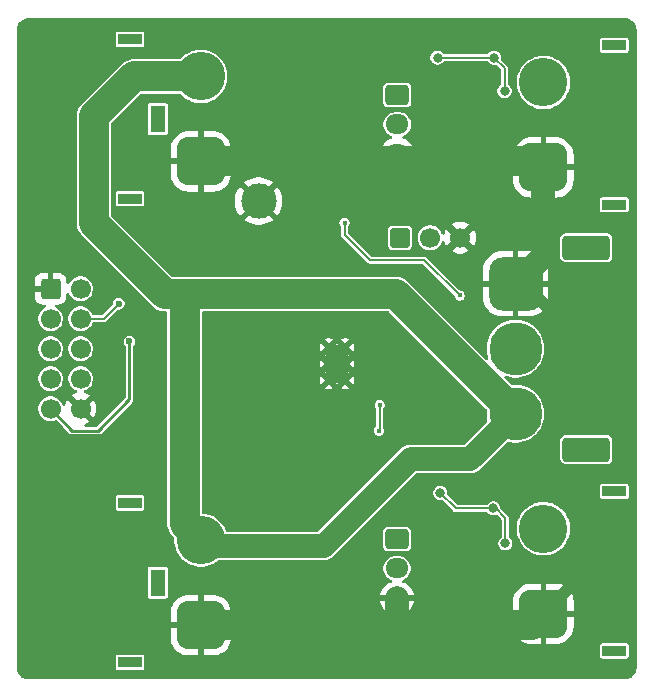
<source format=gbr>
%TF.GenerationSoftware,KiCad,Pcbnew,9.0.2*%
%TF.CreationDate,2025-06-17T18:04:30+02:00*%
%TF.ProjectId,Robobuoy-Sub-PSU-v2_1,526f626f-6275-46f7-992d-5375622d5053,2.0*%
%TF.SameCoordinates,Original*%
%TF.FileFunction,Copper,L4,Bot*%
%TF.FilePolarity,Positive*%
%FSLAX46Y46*%
G04 Gerber Fmt 4.6, Leading zero omitted, Abs format (unit mm)*
G04 Created by KiCad (PCBNEW 9.0.2) date 2025-06-17 18:04:30*
%MOMM*%
%LPD*%
G01*
G04 APERTURE LIST*
G04 Aperture macros list*
%AMRoundRect*
0 Rectangle with rounded corners*
0 $1 Rounding radius*
0 $2 $3 $4 $5 $6 $7 $8 $9 X,Y pos of 4 corners*
0 Add a 4 corners polygon primitive as box body*
4,1,4,$2,$3,$4,$5,$6,$7,$8,$9,$2,$3,0*
0 Add four circle primitives for the rounded corners*
1,1,$1+$1,$2,$3*
1,1,$1+$1,$4,$5*
1,1,$1+$1,$6,$7*
1,1,$1+$1,$8,$9*
0 Add four rect primitives between the rounded corners*
20,1,$1+$1,$2,$3,$4,$5,0*
20,1,$1+$1,$4,$5,$6,$7,0*
20,1,$1+$1,$6,$7,$8,$9,0*
20,1,$1+$1,$8,$9,$2,$3,0*%
G04 Aperture macros list end*
%TA.AperFunction,ComponentPad*%
%ADD10RoundRect,0.250000X-0.600000X-0.600000X0.600000X-0.600000X0.600000X0.600000X-0.600000X0.600000X0*%
%TD*%
%TA.AperFunction,ComponentPad*%
%ADD11C,1.700000*%
%TD*%
%TA.AperFunction,ComponentPad*%
%ADD12R,2.000000X0.900000*%
%TD*%
%TA.AperFunction,ComponentPad*%
%ADD13RoundRect,1.025000X1.025000X-1.025000X1.025000X1.025000X-1.025000X1.025000X-1.025000X-1.025000X0*%
%TD*%
%TA.AperFunction,ComponentPad*%
%ADD14C,4.100000*%
%TD*%
%TA.AperFunction,ComponentPad*%
%ADD15R,1.300000X2.300000*%
%TD*%
%TA.AperFunction,ComponentPad*%
%ADD16RoundRect,0.250000X-0.725000X0.600000X-0.725000X-0.600000X0.725000X-0.600000X0.725000X0.600000X0*%
%TD*%
%TA.AperFunction,ComponentPad*%
%ADD17O,1.950000X1.700000*%
%TD*%
%TA.AperFunction,ComponentPad*%
%ADD18RoundRect,1.025000X-1.025000X1.025000X-1.025000X-1.025000X1.025000X-1.025000X1.025000X1.025000X0*%
%TD*%
%TA.AperFunction,ComponentPad*%
%ADD19C,3.000000*%
%TD*%
%TA.AperFunction,ComponentPad*%
%ADD20RoundRect,0.250000X-1.750000X0.750000X-1.750000X-0.750000X1.750000X-0.750000X1.750000X0.750000X0*%
%TD*%
%TA.AperFunction,ComponentPad*%
%ADD21RoundRect,1.125000X-1.125000X1.125000X-1.125000X-1.125000X1.125000X-1.125000X1.125000X1.125000X0*%
%TD*%
%TA.AperFunction,ComponentPad*%
%ADD22C,4.500000*%
%TD*%
%TA.AperFunction,HeatsinkPad*%
%ADD23C,0.500000*%
%TD*%
%TA.AperFunction,HeatsinkPad*%
%ADD24R,1.900000X3.300000*%
%TD*%
%TA.AperFunction,ComponentPad*%
%ADD25RoundRect,0.206250X-0.618750X-0.618750X0.618750X-0.618750X0.618750X0.618750X-0.618750X0.618750X0*%
%TD*%
%TA.AperFunction,ViaPad*%
%ADD26C,0.600000*%
%TD*%
%TA.AperFunction,ViaPad*%
%ADD27C,0.450000*%
%TD*%
%TA.AperFunction,ViaPad*%
%ADD28C,0.800000*%
%TD*%
%TA.AperFunction,Conductor*%
%ADD29C,2.500000*%
%TD*%
%TA.AperFunction,Conductor*%
%ADD30C,2.000000*%
%TD*%
%TA.AperFunction,Conductor*%
%ADD31C,1.000000*%
%TD*%
%TA.AperFunction,Conductor*%
%ADD32C,0.200000*%
%TD*%
%TA.AperFunction,Conductor*%
%ADD33C,0.250000*%
%TD*%
G04 APERTURE END LIST*
D10*
%TO.P,J108,1,Pin_1*%
%TO.N,GND*%
X-24130000Y5080000D03*
D11*
%TO.P,J108,2,Pin_2*%
%TO.N,+5V*%
X-21590000Y5080000D03*
%TO.P,J108,3,Pin_3*%
%TO.N,ESC_BB*%
X-24130000Y2540000D03*
%TO.P,J108,4,Pin_4*%
%TO.N,VSAMP*%
X-21590000Y2540000D03*
%TO.P,J108,5,Pin_5*%
%TO.N,ESC_BB_PWR*%
X-24130000Y0D03*
%TO.P,J108,6,Pin_6*%
%TO.N,ESC_SB*%
X-21590000Y0D03*
%TO.P,J108,7,Pin_7*%
%TO.N,ON*%
X-24130000Y-2540000D03*
%TO.P,J108,8,Pin_8*%
%TO.N,ESC_SB_PWR*%
X-21590000Y-2540000D03*
%TO.P,J108,9,Pin_9*%
%TO.N,COMM*%
X-24130000Y-5080000D03*
%TO.P,J108,10,Pin_10*%
%TO.N,GND*%
X-21590000Y-5080000D03*
%TD*%
D12*
%TO.P,J104,*%
%TO.N,*%
X-17401500Y-26562000D03*
X-17401500Y-13062000D03*
D13*
%TO.P,J104,1,Pin_1*%
%TO.N,GND*%
X-11401500Y-23412000D03*
D14*
%TO.P,J104,2,Pin_2*%
%TO.N,Vbatt*%
X-11401500Y-16212000D03*
D15*
%TO.P,J104,3*%
%TO.N,N/C*%
X-15051500Y-19812000D03*
%TD*%
D16*
%TO.P,J103,1,Pin_1*%
%TO.N,Net-(J103-Pin_1)*%
X5224000Y21482000D03*
D17*
%TO.P,J103,2,Pin_2*%
%TO.N,Net-(J103-Pin_2)*%
X5224000Y18982000D03*
%TO.P,J103,3,Pin_3*%
%TO.N,GND*%
X5224000Y16482000D03*
%TD*%
D12*
%TO.P,J106,*%
%TO.N,*%
X23607000Y25692000D03*
X23607000Y12192000D03*
D18*
%TO.P,J106,1,Pin_1*%
%TO.N,GND*%
X17607000Y15342000D03*
D14*
%TO.P,J106,2,Pin_2*%
%TO.N,Net-(J106-Pin_2)*%
X17607000Y22542000D03*
%TD*%
D19*
%TO.P,TP101,1,1*%
%TO.N,GND*%
X-6502400Y12496800D03*
%TD*%
D20*
%TO.P,J101,*%
%TO.N,*%
X21240000Y8550000D03*
X21240000Y-8550000D03*
D21*
%TO.P,J101,1,Pin_1*%
%TO.N,GND*%
X15240000Y5500000D03*
D22*
%TO.P,J101,2,Pin_2*%
%TO.N,COMM*%
X15240000Y0D03*
%TO.P,J101,3,Pin_3*%
%TO.N,Vbatt*%
X15240000Y-5500000D03*
%TD*%
D12*
%TO.P,J105,*%
%TO.N,*%
X23607000Y-12090000D03*
X23607000Y-25590000D03*
D18*
%TO.P,J105,1,Pin_1*%
%TO.N,GND*%
X17607000Y-22440000D03*
D14*
%TO.P,J105,2,Pin_2*%
%TO.N,Net-(J105-Pin_2)*%
X17607000Y-15240000D03*
%TD*%
D12*
%TO.P,J107,*%
%TO.N,*%
X-17401500Y12700000D03*
X-17401500Y26200000D03*
D13*
%TO.P,J107,1,Pin_1*%
%TO.N,GND*%
X-11401500Y15850000D03*
D14*
%TO.P,J107,2,Pin_2*%
%TO.N,Vbatt*%
X-11401500Y23050000D03*
D15*
%TO.P,J107,3*%
%TO.N,N/C*%
X-15051500Y19450000D03*
%TD*%
D23*
%TO.P,U101,9,Thermal_Pad*%
%TO.N,GND*%
X827000Y-2670000D03*
X827000Y-1270000D03*
X827000Y130000D03*
D24*
X127000Y-1270000D03*
D23*
X-573000Y-2670000D03*
X-573000Y-1270000D03*
X-573000Y130000D03*
%TD*%
D16*
%TO.P,J102,1,Pin_1*%
%TO.N,Net-(J102-Pin_1)*%
X5207000Y-16110000D03*
D17*
%TO.P,J102,2,Pin_2*%
%TO.N,Net-(J102-Pin_2)*%
X5207000Y-18610000D03*
%TO.P,J102,3,Pin_3*%
%TO.N,GND*%
X5207000Y-21110000D03*
%TD*%
D25*
%TO.P,SW101,1*%
%TO.N,Vbatt*%
X5461000Y9398000D03*
D11*
%TO.P,SW101,2*%
%TO.N,Net-(D101-K)*%
X8001000Y9398000D03*
%TO.P,SW101,3*%
%TO.N,GND*%
X10541000Y9398000D03*
%TD*%
D26*
%TO.N,GND*%
X-685800Y-20904200D03*
D27*
X-25654000Y-26924000D03*
D28*
X-4013200Y-1905000D03*
D27*
X14732000Y-9906000D03*
X-4318000Y24892000D03*
X-26162000Y27432000D03*
D26*
X-15722600Y2923400D03*
X12141200Y1016000D03*
D27*
X-14706600Y-3556000D03*
X-16389973Y-1330800D03*
D28*
X2133600Y-4572000D03*
D27*
X23876000Y-18542000D03*
D26*
X-3911600Y-20320000D03*
D28*
X482600Y-5842000D03*
X4953000Y1651000D03*
D27*
X9906000Y27178000D03*
X-17780000Y15494000D03*
X-6350000Y-26416000D03*
D28*
X-3302000Y-7874000D03*
D27*
X-5842000Y-12446000D03*
D26*
X-660400Y16713200D03*
D28*
X7035800Y-4419600D03*
D27*
X-14960600Y558800D03*
X-25654000Y-18796000D03*
D26*
X-3505200Y18973800D03*
D27*
X5207000Y-23114000D03*
D26*
X2554147Y6505771D03*
D27*
X-10541000Y2413000D03*
X-6350000Y6604000D03*
X-25654000Y18288000D03*
X23114000Y18796000D03*
X1642355Y2822701D03*
D28*
X812800Y6654800D03*
D26*
X1727200Y-10388600D03*
D28*
X9296400Y-4546600D03*
X1270000Y27076400D03*
D27*
X-16256000Y-16256000D03*
D26*
X203200Y2870200D03*
D27*
X23114000Y-254000D03*
X24130000Y27178000D03*
D28*
X-8001000Y1320800D03*
X-9245600Y6959600D03*
X4826000Y-4368800D03*
D27*
X24384000Y-27178000D03*
X4826000Y-7620000D03*
D26*
%TO.N,VSAMP*%
X-18364200Y3810000D03*
%TO.N,COMM*%
X-17449800Y609600D03*
D28*
%TO.N,Net-(Q105-G)*%
X13360400Y-13525500D03*
X14376400Y-16484600D03*
X8864600Y-12217400D03*
%TO.N,Net-(Q106-G)*%
X14310400Y21818600D03*
X8636000Y24638000D03*
X13411200Y24638000D03*
D27*
%TO.N,Net-(U101-BOOT)*%
X3726690Y-4784533D03*
X3683000Y-6934200D03*
%TO.N,Net-(Q119-G)*%
X762000Y10668000D03*
X10500000Y4500000D03*
%TD*%
D29*
%TO.N,GND*%
X-11401500Y15850000D02*
X17099000Y15850000D01*
D30*
X5207000Y-23285000D02*
X5080000Y-23412000D01*
D31*
X19862800Y1600200D02*
X19862800Y-5537200D01*
D30*
X17607000Y15342000D02*
X17607000Y7867000D01*
D29*
X-11401500Y-23412000D02*
X5080000Y-23412000D01*
D31*
X18008600Y-10312400D02*
X20802600Y-13106400D01*
X20802600Y-19244400D02*
X17607000Y-22440000D01*
D29*
X16635000Y-23412000D02*
X17607000Y-22440000D01*
D31*
X19862800Y-5537200D02*
X18008600Y-7391400D01*
D30*
X17607000Y7867000D02*
X15240000Y5500000D01*
D31*
X18008600Y-7391400D02*
X18008600Y-10312400D01*
D29*
X5080000Y-23412000D02*
X16635000Y-23412000D01*
X17099000Y15850000D02*
X17607000Y15342000D01*
D31*
X15963000Y5500000D02*
X19862800Y1600200D01*
D30*
X5207000Y-21110000D02*
X5207000Y-23114000D01*
D31*
X15240000Y5500000D02*
X15963000Y5500000D01*
D30*
X5207000Y-23114000D02*
X5207000Y-23285000D01*
D31*
X20802600Y-13106400D02*
X20802600Y-19244400D01*
D32*
%TO.N,VSAMP*%
X-19634200Y2540000D02*
X-18364200Y3810000D01*
X-21590000Y2540000D02*
X-19634200Y2540000D01*
D30*
%TO.N,Vbatt*%
X-11401500Y-16212000D02*
X-10925700Y-16687800D01*
D29*
X-20447000Y19685000D02*
X-17082000Y23050000D01*
X-12776200Y4521200D02*
X-12700000Y4597400D01*
X-10642600Y4622800D02*
X5117200Y4622800D01*
X-12776200Y-14837300D02*
X-12776200Y4521200D01*
X5117200Y4622800D02*
X15240000Y-5500000D01*
X-12700000Y4597400D02*
X-10668000Y4597400D01*
D30*
X11418200Y-9321800D02*
X15240000Y-5500000D01*
D29*
X-10668000Y4597400D02*
X-10642600Y4622800D01*
D30*
X-10925700Y-16687800D02*
X-1016000Y-16687800D01*
D29*
X-11401500Y-16212000D02*
X-12776200Y-14837300D01*
D30*
X-1016000Y-16687800D02*
X6350000Y-9321800D01*
D29*
X-17082000Y23050000D02*
X-11401500Y23050000D01*
X-12700000Y4597400D02*
X-14427200Y4597400D01*
D30*
X6350000Y-9321800D02*
X11418200Y-9321800D01*
D29*
X-20447000Y10617200D02*
X-20447000Y19685000D01*
X-14427200Y4597400D02*
X-20447000Y10617200D01*
D33*
%TO.N,COMM*%
X-17449800Y-4292600D02*
X-17449800Y609600D01*
X-24130000Y-5080000D02*
X-22275800Y-6934200D01*
X-20091400Y-6934200D02*
X-17449800Y-4292600D01*
X-22275800Y-6934200D02*
X-20091400Y-6934200D01*
D32*
%TO.N,Net-(Q105-G)*%
X13360400Y-13525500D02*
X10172700Y-13525500D01*
X10172700Y-13525500D02*
X8864600Y-12217400D01*
X14376400Y-14351000D02*
X14376400Y-16484600D01*
X13550900Y-13525500D02*
X14376400Y-14351000D01*
X13360400Y-13525500D02*
X13550900Y-13525500D01*
%TO.N,Net-(Q106-G)*%
X14310400Y23738800D02*
X14310400Y21818600D01*
X13411200Y24638000D02*
X8636000Y24638000D01*
X13411200Y24638000D02*
X14310400Y23738800D01*
%TO.N,Net-(U101-BOOT)*%
X3733800Y-6883400D02*
X3733800Y-4791643D01*
X3733800Y-4791643D02*
X3726690Y-4784533D01*
X3683000Y-6934200D02*
X3733800Y-6883400D01*
%TO.N,Net-(Q119-G)*%
X10500000Y4500000D02*
X7500000Y7500000D01*
X2914000Y7500000D02*
X762000Y9652000D01*
X762000Y9652000D02*
X762000Y10668000D01*
X7500000Y7500000D02*
X2914000Y7500000D01*
%TD*%
%TA.AperFunction,Conductor*%
%TO.N,GND*%
G36*
X4532060Y3152615D02*
G01*
X4552702Y3135981D01*
X12773761Y-5085078D01*
X12807246Y-5146401D01*
X12809300Y-5186642D01*
X12789500Y-5362376D01*
X12789500Y-5637621D01*
X12820315Y-5911108D01*
X12820317Y-5911124D01*
X12862822Y-6097349D01*
X12858549Y-6167087D01*
X12829612Y-6212622D01*
X10957255Y-8084981D01*
X10895932Y-8118466D01*
X10869574Y-8121300D01*
X6255513Y-8121300D01*
X6068885Y-8150859D01*
X5889165Y-8209254D01*
X5720800Y-8295040D01*
X5567923Y-8406112D01*
X-1476945Y-15450981D01*
X-1538268Y-15484466D01*
X-1564626Y-15487300D01*
X-9182902Y-15487300D01*
X-9249941Y-15467615D01*
X-9295696Y-15414811D01*
X-9297463Y-15410753D01*
X-9378754Y-15214499D01*
X-9378759Y-15214489D01*
X-9526262Y-14959006D01*
X-9705853Y-14724959D01*
X-9705859Y-14724952D01*
X-9914453Y-14516358D01*
X-9914460Y-14516352D01*
X-10148507Y-14336761D01*
X-10403990Y-14189258D01*
X-10404000Y-14189254D01*
X-10676539Y-14076364D01*
X-10676546Y-14076362D01*
X-10676548Y-14076361D01*
X-10961507Y-14000007D01*
X-11012091Y-13993347D01*
X-11217886Y-13966253D01*
X-11281782Y-13937986D01*
X-11320253Y-13879662D01*
X-11325700Y-13843314D01*
X-11325700Y-6878182D01*
X3257500Y-6878182D01*
X3257500Y-6990217D01*
X3286497Y-7098436D01*
X3286498Y-7098439D01*
X3305169Y-7130779D01*
X3342515Y-7195463D01*
X3421737Y-7274685D01*
X3518763Y-7330703D01*
X3626982Y-7359700D01*
X3626984Y-7359700D01*
X3739016Y-7359700D01*
X3739018Y-7359700D01*
X3847237Y-7330703D01*
X3944263Y-7274685D01*
X4023485Y-7195463D01*
X4079503Y-7098437D01*
X4108500Y-6990218D01*
X4108500Y-6878182D01*
X4079503Y-6769963D01*
X4079501Y-6769959D01*
X4079500Y-6769956D01*
X4050913Y-6720442D01*
X4034300Y-6658443D01*
X4034300Y-5130033D01*
X4053985Y-5062994D01*
X4062488Y-5052441D01*
X4062228Y-5052242D01*
X4067166Y-5045804D01*
X4067175Y-5045796D01*
X4123193Y-4948770D01*
X4152190Y-4840551D01*
X4152190Y-4728515D01*
X4123193Y-4620296D01*
X4067175Y-4523270D01*
X3987953Y-4444048D01*
X3890927Y-4388030D01*
X3782708Y-4359033D01*
X3670672Y-4359033D01*
X3562453Y-4388030D01*
X3562450Y-4388031D01*
X3465430Y-4444046D01*
X3465424Y-4444050D01*
X3386207Y-4523267D01*
X3386203Y-4523273D01*
X3330188Y-4620293D01*
X3330187Y-4620296D01*
X3301190Y-4728515D01*
X3301190Y-4840551D01*
X3330187Y-4948770D01*
X3386205Y-5045796D01*
X3386207Y-5045798D01*
X3396981Y-5056572D01*
X3430466Y-5117895D01*
X3433300Y-5144253D01*
X3433300Y-6530790D01*
X3413615Y-6597829D01*
X3396981Y-6618471D01*
X3342517Y-6672934D01*
X3342513Y-6672940D01*
X3286498Y-6769960D01*
X3286497Y-6769963D01*
X3257500Y-6878182D01*
X-11325700Y-6878182D01*
X-11325700Y-3347577D01*
X-897025Y-3347577D01*
X-791764Y-3391178D01*
X-791760Y-3391179D01*
X-646874Y-3419999D01*
X-646871Y-3420000D01*
X-499129Y-3420000D01*
X-499127Y-3419999D01*
X-354240Y-3391179D01*
X-354225Y-3391175D01*
X-248976Y-3347578D01*
X-248976Y-3347577D01*
X502975Y-3347577D01*
X608236Y-3391178D01*
X608240Y-3391179D01*
X753126Y-3419999D01*
X753129Y-3420000D01*
X900871Y-3420000D01*
X900873Y-3419999D01*
X1045760Y-3391179D01*
X1045775Y-3391175D01*
X1151024Y-3347578D01*
X1151024Y-3347577D01*
X827001Y-3023554D01*
X827000Y-3023554D01*
X502975Y-3347577D01*
X-248976Y-3347577D01*
X-572999Y-3023554D01*
X-573000Y-3023554D01*
X-897025Y-3347577D01*
X-11325700Y-3347577D01*
X-11325700Y-2596126D01*
X-1323000Y-2596126D01*
X-1323000Y-2743873D01*
X-1294180Y-2888759D01*
X-1294178Y-2888767D01*
X-1250579Y-2994024D01*
X-926554Y-2670000D01*
X-926554Y-2669999D01*
X-946444Y-2650109D01*
X-673000Y-2650109D01*
X-673000Y-2689891D01*
X-657776Y-2726645D01*
X-629645Y-2754776D01*
X-592891Y-2770000D01*
X-553109Y-2770000D01*
X-516355Y-2754776D01*
X-488224Y-2726645D01*
X-473000Y-2689891D01*
X-473000Y-2669999D01*
X-219446Y-2669999D01*
X-219446Y-2670001D01*
X104929Y-2994376D01*
X149069Y-2994376D01*
X473446Y-2670000D01*
X453555Y-2650109D01*
X727000Y-2650109D01*
X727000Y-2689891D01*
X742224Y-2726645D01*
X770355Y-2754776D01*
X807109Y-2770000D01*
X846891Y-2770000D01*
X883645Y-2754776D01*
X911776Y-2726645D01*
X927000Y-2689891D01*
X927000Y-2669999D01*
X1180554Y-2669999D01*
X1180554Y-2670001D01*
X1504577Y-2994024D01*
X1504578Y-2994024D01*
X1548175Y-2888775D01*
X1548179Y-2888760D01*
X1576999Y-2743873D01*
X1577000Y-2743871D01*
X1577000Y-2596128D01*
X1576999Y-2596126D01*
X1548179Y-2451240D01*
X1548178Y-2451236D01*
X1504577Y-2345975D01*
X1180554Y-2669999D01*
X927000Y-2669999D01*
X927000Y-2650109D01*
X911776Y-2613355D01*
X883645Y-2585224D01*
X846891Y-2570000D01*
X807109Y-2570000D01*
X770355Y-2585224D01*
X742224Y-2613355D01*
X727000Y-2650109D01*
X453555Y-2650109D01*
X149068Y-2345622D01*
X104930Y-2345622D01*
X-219446Y-2669999D01*
X-473000Y-2669999D01*
X-473000Y-2650109D01*
X-488224Y-2613355D01*
X-516355Y-2585224D01*
X-553109Y-2570000D01*
X-592891Y-2570000D01*
X-629645Y-2585224D01*
X-657776Y-2613355D01*
X-673000Y-2650109D01*
X-946444Y-2650109D01*
X-1250579Y-2345974D01*
X-1250580Y-2345974D01*
X-1294177Y-2451228D01*
X-1294180Y-2451240D01*
X-1323000Y-2596126D01*
X-11325700Y-2596126D01*
X-11325700Y-1947930D01*
X-897378Y-1947930D01*
X-897378Y-1992068D01*
X-573000Y-2316446D01*
X-572999Y-2316446D01*
X-248624Y-1992069D01*
X-248624Y-1985852D01*
X-250514Y-1981049D01*
X-248739Y-1947930D01*
X502622Y-1947930D01*
X502622Y-1992068D01*
X827000Y-2316446D01*
X827001Y-2316446D01*
X1151376Y-1992069D01*
X1151376Y-1947929D01*
X827001Y-1623554D01*
X827000Y-1623554D01*
X502622Y-1947930D01*
X-248739Y-1947930D01*
X-248733Y-1947820D01*
X-572999Y-1623554D01*
X-573000Y-1623554D01*
X-897378Y-1947930D01*
X-11325700Y-1947930D01*
X-11325700Y-1196126D01*
X-1323000Y-1196126D01*
X-1323000Y-1343873D01*
X-1294180Y-1488759D01*
X-1294178Y-1488767D01*
X-1250579Y-1594024D01*
X-926554Y-1270000D01*
X-926554Y-1269999D01*
X-946444Y-1250109D01*
X-673000Y-1250109D01*
X-673000Y-1289891D01*
X-657776Y-1326645D01*
X-629645Y-1354776D01*
X-592891Y-1370000D01*
X-553109Y-1370000D01*
X-516355Y-1354776D01*
X-488224Y-1326645D01*
X-473000Y-1289891D01*
X-473000Y-1269999D01*
X-219446Y-1269999D01*
X-219446Y-1270001D01*
X104929Y-1594376D01*
X149069Y-1594376D01*
X473446Y-1270000D01*
X453555Y-1250109D01*
X727000Y-1250109D01*
X727000Y-1289891D01*
X742224Y-1326645D01*
X770355Y-1354776D01*
X807109Y-1370000D01*
X846891Y-1370000D01*
X883645Y-1354776D01*
X911776Y-1326645D01*
X927000Y-1289891D01*
X927000Y-1269999D01*
X1180554Y-1269999D01*
X1180554Y-1270001D01*
X1504577Y-1594024D01*
X1504578Y-1594024D01*
X1548175Y-1488775D01*
X1548179Y-1488760D01*
X1576999Y-1343873D01*
X1577000Y-1343871D01*
X1577000Y-1196128D01*
X1576999Y-1196126D01*
X1548179Y-1051240D01*
X1548178Y-1051236D01*
X1504577Y-945975D01*
X1180554Y-1269999D01*
X927000Y-1269999D01*
X927000Y-1250109D01*
X911776Y-1213355D01*
X883645Y-1185224D01*
X846891Y-1170000D01*
X807109Y-1170000D01*
X770355Y-1185224D01*
X742224Y-1213355D01*
X727000Y-1250109D01*
X453555Y-1250109D01*
X149068Y-945622D01*
X104930Y-945622D01*
X-219446Y-1269999D01*
X-473000Y-1269999D01*
X-473000Y-1250109D01*
X-488224Y-1213355D01*
X-516355Y-1185224D01*
X-553109Y-1170000D01*
X-592891Y-1170000D01*
X-629645Y-1185224D01*
X-657776Y-1213355D01*
X-673000Y-1250109D01*
X-946444Y-1250109D01*
X-1250579Y-945974D01*
X-1250580Y-945974D01*
X-1294177Y-1051228D01*
X-1294180Y-1051240D01*
X-1323000Y-1196126D01*
X-11325700Y-1196126D01*
X-11325700Y-547930D01*
X-897378Y-547930D01*
X-897378Y-592068D01*
X-573000Y-916446D01*
X-572999Y-916446D01*
X-248624Y-592069D01*
X-248624Y-585852D01*
X-250514Y-581049D01*
X-248739Y-547930D01*
X502622Y-547930D01*
X502622Y-592068D01*
X827000Y-916446D01*
X827001Y-916446D01*
X1151376Y-592069D01*
X1151376Y-547929D01*
X827001Y-223554D01*
X827000Y-223554D01*
X502622Y-547930D01*
X-248739Y-547930D01*
X-248733Y-547820D01*
X-572999Y-223554D01*
X-573000Y-223554D01*
X-897378Y-547930D01*
X-11325700Y-547930D01*
X-11325700Y203874D01*
X-1323000Y203874D01*
X-1323000Y56127D01*
X-1294180Y-88759D01*
X-1294178Y-88767D01*
X-1250579Y-194024D01*
X-926554Y130000D01*
X-926554Y130001D01*
X-946444Y149891D01*
X-673000Y149891D01*
X-673000Y110109D01*
X-657776Y73355D01*
X-629645Y45224D01*
X-592891Y30000D01*
X-553109Y30000D01*
X-516355Y45224D01*
X-488224Y73355D01*
X-473000Y110109D01*
X-473000Y130001D01*
X-219446Y130001D01*
X-219446Y129999D01*
X104929Y-194376D01*
X149069Y-194376D01*
X473446Y130000D01*
X453555Y149891D01*
X727000Y149891D01*
X727000Y110109D01*
X742224Y73355D01*
X770355Y45224D01*
X807109Y30000D01*
X846891Y30000D01*
X883645Y45224D01*
X911776Y73355D01*
X927000Y110109D01*
X927000Y130001D01*
X1180554Y130001D01*
X1180554Y129999D01*
X1504577Y-194024D01*
X1504578Y-194024D01*
X1548175Y-88775D01*
X1548179Y-88760D01*
X1576999Y56127D01*
X1577000Y56129D01*
X1577000Y203872D01*
X1576999Y203874D01*
X1548179Y348760D01*
X1548178Y348764D01*
X1504577Y454025D01*
X1180554Y130001D01*
X927000Y130001D01*
X927000Y149891D01*
X911776Y186645D01*
X883645Y214776D01*
X846891Y230000D01*
X807109Y230000D01*
X770355Y214776D01*
X742224Y186645D01*
X727000Y149891D01*
X453555Y149891D01*
X149068Y454378D01*
X104930Y454378D01*
X-219446Y130001D01*
X-473000Y130001D01*
X-473000Y149891D01*
X-488224Y186645D01*
X-516355Y214776D01*
X-553109Y230000D01*
X-592891Y230000D01*
X-629645Y214776D01*
X-657776Y186645D01*
X-673000Y149891D01*
X-946444Y149891D01*
X-1250579Y454026D01*
X-1250580Y454026D01*
X-1294177Y348772D01*
X-1294180Y348760D01*
X-1323000Y203874D01*
X-11325700Y203874D01*
X-11325700Y807580D01*
X-897026Y807580D01*
X-897026Y807579D01*
X-573000Y483554D01*
X-572999Y483554D01*
X-248976Y807579D01*
X-248978Y807580D01*
X502974Y807580D01*
X502974Y807579D01*
X827000Y483554D01*
X827001Y483554D01*
X1151024Y807579D01*
X1045767Y851178D01*
X1045759Y851180D01*
X900872Y880000D01*
X753128Y880000D01*
X608240Y851180D01*
X608228Y851177D01*
X502974Y807580D01*
X-248978Y807580D01*
X-354233Y851178D01*
X-354241Y851180D01*
X-499128Y880000D01*
X-646872Y880000D01*
X-791760Y851180D01*
X-791772Y851177D01*
X-897026Y807580D01*
X-11325700Y807580D01*
X-11325700Y3022900D01*
X-11306015Y3089939D01*
X-11253211Y3135694D01*
X-11201700Y3146900D01*
X-10553838Y3146900D01*
X-10403114Y3170773D01*
X-10383716Y3172300D01*
X4465021Y3172300D01*
X4532060Y3152615D01*
G37*
%TD.AperFunction*%
%TA.AperFunction,Conductor*%
G36*
X24505394Y27989029D02*
G01*
X24661019Y27975413D01*
X24682297Y27971662D01*
X24827951Y27932634D01*
X24848261Y27925241D01*
X24984915Y27861518D01*
X25003633Y27850711D01*
X25127154Y27764221D01*
X25143712Y27750327D01*
X25250326Y27643713D01*
X25264220Y27627155D01*
X25350710Y27503634D01*
X25361517Y27484916D01*
X25425240Y27348262D01*
X25432633Y27327951D01*
X25471659Y27182304D01*
X25475412Y27161018D01*
X25489028Y27005396D01*
X25489500Y26994588D01*
X25489500Y-26994587D01*
X25489028Y-27005394D01*
X25489028Y-27005395D01*
X25475412Y-27161017D01*
X25471659Y-27182303D01*
X25432633Y-27327950D01*
X25425240Y-27348261D01*
X25361517Y-27484915D01*
X25350710Y-27503633D01*
X25264220Y-27627154D01*
X25250326Y-27643712D01*
X25143712Y-27750326D01*
X25127154Y-27764220D01*
X25003633Y-27850710D01*
X24984915Y-27861517D01*
X24848261Y-27925240D01*
X24827950Y-27932633D01*
X24682303Y-27971659D01*
X24661017Y-27975412D01*
X24527247Y-27987116D01*
X24505393Y-27989028D01*
X24494588Y-27989500D01*
X-25994588Y-27989500D01*
X-26005394Y-27989028D01*
X-26030416Y-27986838D01*
X-26161018Y-27975412D01*
X-26182304Y-27971659D01*
X-26327951Y-27932633D01*
X-26348262Y-27925240D01*
X-26484916Y-27861517D01*
X-26503634Y-27850710D01*
X-26627155Y-27764220D01*
X-26643713Y-27750326D01*
X-26750327Y-27643712D01*
X-26764221Y-27627154D01*
X-26850711Y-27503633D01*
X-26861518Y-27484915D01*
X-26925241Y-27348261D01*
X-26932634Y-27327950D01*
X-26971662Y-27182297D01*
X-26975413Y-27161016D01*
X-26975804Y-27156552D01*
X-26989028Y-27005394D01*
X-26989500Y-26994587D01*
X-26989500Y-26092247D01*
X-18602000Y-26092247D01*
X-18602000Y-27031752D01*
X-18590369Y-27090229D01*
X-18590368Y-27090230D01*
X-18546053Y-27156552D01*
X-18479731Y-27200867D01*
X-18479730Y-27200868D01*
X-18421253Y-27212499D01*
X-18421250Y-27212500D01*
X-18421248Y-27212500D01*
X-16381750Y-27212500D01*
X-16381749Y-27212499D01*
X-16366932Y-27209552D01*
X-16323271Y-27200868D01*
X-16323271Y-27200867D01*
X-16323269Y-27200867D01*
X-16256948Y-27156552D01*
X-16212633Y-27090231D01*
X-16212633Y-27090229D01*
X-16212632Y-27090229D01*
X-16201001Y-27031752D01*
X-16201000Y-27031750D01*
X-16201000Y-26092249D01*
X-16201001Y-26092247D01*
X-16212632Y-26033770D01*
X-16212633Y-26033769D01*
X-16256948Y-25967447D01*
X-16323270Y-25923132D01*
X-16323271Y-25923131D01*
X-16381748Y-25911500D01*
X-16381752Y-25911500D01*
X-18421248Y-25911500D01*
X-18421253Y-25911500D01*
X-18479730Y-25923131D01*
X-18479731Y-25923132D01*
X-18546053Y-25967447D01*
X-18590368Y-26033769D01*
X-18590369Y-26033770D01*
X-18602000Y-26092247D01*
X-26989500Y-26092247D01*
X-26989500Y-22316731D01*
X-13951500Y-22316731D01*
X-13951500Y-23162000D01*
X-12728731Y-23162000D01*
X-12751500Y-23305753D01*
X-12751500Y-23518247D01*
X-12728731Y-23662000D01*
X-13951500Y-23662000D01*
X-13951500Y-24507268D01*
X-13941285Y-24651958D01*
X-13941283Y-24651968D01*
X-13887187Y-24892165D01*
X-13887185Y-24892172D01*
X-13795256Y-25120585D01*
X-13667880Y-25331289D01*
X-13667873Y-25331299D01*
X-13508347Y-25518846D01*
X-13320800Y-25678372D01*
X-13320790Y-25678379D01*
X-13110086Y-25805755D01*
X-12881673Y-25897684D01*
X-12881666Y-25897686D01*
X-12641469Y-25951782D01*
X-12641459Y-25951784D01*
X-12496769Y-25961999D01*
X-12496766Y-25962000D01*
X-11651500Y-25962000D01*
X-11651500Y-24739231D01*
X-11507747Y-24762000D01*
X-11295253Y-24762000D01*
X-11151500Y-24739231D01*
X-11151500Y-25962000D01*
X-10306234Y-25962000D01*
X-10306232Y-25961999D01*
X-10161542Y-25951784D01*
X-10161532Y-25951782D01*
X-9921335Y-25897686D01*
X-9921328Y-25897684D01*
X-9692915Y-25805755D01*
X-9482211Y-25678379D01*
X-9482201Y-25678372D01*
X-9294654Y-25518846D01*
X-9135128Y-25331299D01*
X-9135121Y-25331289D01*
X-9007744Y-25120583D01*
X-9007609Y-25120247D01*
X22406500Y-25120247D01*
X22406500Y-26059752D01*
X22418131Y-26118229D01*
X22418132Y-26118230D01*
X22462447Y-26184552D01*
X22528769Y-26228867D01*
X22528770Y-26228868D01*
X22587247Y-26240499D01*
X22587250Y-26240500D01*
X22587252Y-26240500D01*
X24626750Y-26240500D01*
X24626751Y-26240499D01*
X24641568Y-26237552D01*
X24685229Y-26228868D01*
X24685229Y-26228867D01*
X24685231Y-26228867D01*
X24751552Y-26184552D01*
X24795867Y-26118231D01*
X24795867Y-26118229D01*
X24795868Y-26118229D01*
X24807499Y-26059752D01*
X24807500Y-26059750D01*
X24807500Y-25120249D01*
X24807499Y-25120247D01*
X24795868Y-25061770D01*
X24795867Y-25061769D01*
X24751552Y-24995447D01*
X24685230Y-24951132D01*
X24685229Y-24951131D01*
X24626752Y-24939500D01*
X24626748Y-24939500D01*
X22587252Y-24939500D01*
X22587247Y-24939500D01*
X22528770Y-24951131D01*
X22528769Y-24951132D01*
X22462447Y-24995447D01*
X22418132Y-25061769D01*
X22418131Y-25061770D01*
X22406500Y-25120247D01*
X-9007609Y-25120247D01*
X-8986526Y-25067864D01*
X-8986526Y-25067863D01*
X-8915816Y-24892172D01*
X-8915814Y-24892165D01*
X-8861718Y-24651968D01*
X-8861716Y-24651958D01*
X-8851501Y-24507268D01*
X-8851500Y-24507266D01*
X-8851500Y-23662000D01*
X-10074269Y-23662000D01*
X-10051500Y-23518247D01*
X-10051500Y-23305753D01*
X-10074269Y-23162000D01*
X-8851500Y-23162000D01*
X-8851500Y-22316734D01*
X-8851501Y-22316731D01*
X-8861716Y-22172041D01*
X-8861718Y-22172031D01*
X-8915814Y-21931834D01*
X-8915816Y-21931827D01*
X-9007745Y-21703414D01*
X-9135121Y-21492710D01*
X-9135133Y-21492693D01*
X-9211188Y-21403280D01*
X-9211191Y-21403277D01*
X-9294654Y-21305153D01*
X-9482201Y-21145627D01*
X-9482211Y-21145620D01*
X-9692917Y-21018243D01*
X-9708189Y-21012097D01*
X-9708190Y-21012097D01*
X-9921328Y-20926315D01*
X-9921335Y-20926313D01*
X-10161532Y-20872217D01*
X-10161542Y-20872215D01*
X-10306232Y-20862000D01*
X-11151500Y-20862000D01*
X-11151500Y-22084768D01*
X-11295253Y-22062000D01*
X-11507747Y-22062000D01*
X-11651500Y-22084768D01*
X-11651500Y-20862000D01*
X-12496769Y-20862000D01*
X-12641459Y-20872215D01*
X-12641469Y-20872217D01*
X-12881666Y-20926313D01*
X-12881673Y-20926315D01*
X-13110086Y-21018244D01*
X-13320790Y-21145620D01*
X-13320800Y-21145627D01*
X-13508347Y-21305153D01*
X-13667873Y-21492700D01*
X-13667880Y-21492710D01*
X-13795256Y-21703414D01*
X-13887185Y-21931827D01*
X-13887187Y-21931834D01*
X-13941283Y-22172031D01*
X-13941285Y-22172041D01*
X-13951500Y-22316731D01*
X-26989500Y-22316731D01*
X-26989500Y-18642247D01*
X-15902000Y-18642247D01*
X-15902000Y-20981752D01*
X-15890369Y-21040229D01*
X-15890368Y-21040230D01*
X-15846053Y-21106552D01*
X-15779731Y-21150867D01*
X-15779730Y-21150868D01*
X-15721253Y-21162499D01*
X-15721250Y-21162500D01*
X-15721248Y-21162500D01*
X-14381750Y-21162500D01*
X-14381749Y-21162499D01*
X-14366932Y-21159552D01*
X-14323271Y-21150868D01*
X-14323271Y-21150867D01*
X-14323269Y-21150867D01*
X-14256948Y-21106552D01*
X-14212633Y-21040231D01*
X-14212633Y-21040229D01*
X-14212632Y-21040229D01*
X-14201001Y-20981752D01*
X-14201000Y-20981750D01*
X-14201000Y-20860000D01*
X3754769Y-20860000D01*
X4802854Y-20860000D01*
X4764370Y-20926657D01*
X4732000Y-21047465D01*
X4732000Y-21172535D01*
X4764370Y-21293343D01*
X4802854Y-21360000D01*
X3754769Y-21360000D01*
X3765242Y-21426126D01*
X3765242Y-21426129D01*
X3830904Y-21628217D01*
X3927379Y-21817557D01*
X4052272Y-21989459D01*
X4052276Y-21989464D01*
X4202535Y-22139723D01*
X4202540Y-22139727D01*
X4374442Y-22264620D01*
X4563782Y-22361095D01*
X4765872Y-22426757D01*
X4957000Y-22457029D01*
X4957000Y-21514145D01*
X5023657Y-21552630D01*
X5144465Y-21585000D01*
X5269535Y-21585000D01*
X5390343Y-21552630D01*
X5457000Y-21514145D01*
X5457000Y-22457028D01*
X5648127Y-22426757D01*
X5850217Y-22361095D01*
X6039557Y-22264620D01*
X6211459Y-22139727D01*
X6211464Y-22139723D01*
X6361723Y-21989464D01*
X6361727Y-21989459D01*
X6486620Y-21817557D01*
X6583095Y-21628217D01*
X6648757Y-21426129D01*
X6648757Y-21426126D01*
X6659231Y-21360000D01*
X5611146Y-21360000D01*
X5619961Y-21344731D01*
X15057000Y-21344731D01*
X15057000Y-22190000D01*
X16279769Y-22190000D01*
X16257000Y-22333753D01*
X16257000Y-22546247D01*
X16279769Y-22690000D01*
X15057000Y-22690000D01*
X15057000Y-23535268D01*
X15067215Y-23679958D01*
X15067217Y-23679968D01*
X15121313Y-23920165D01*
X15121315Y-23920172D01*
X15213244Y-24148585D01*
X15340620Y-24359289D01*
X15340627Y-24359299D01*
X15500153Y-24546846D01*
X15687700Y-24706372D01*
X15687710Y-24706379D01*
X15898414Y-24833755D01*
X16126827Y-24925684D01*
X16126834Y-24925686D01*
X16367031Y-24979782D01*
X16367041Y-24979784D01*
X16511731Y-24989999D01*
X16511734Y-24990000D01*
X17357000Y-24990000D01*
X17357000Y-23767231D01*
X17500753Y-23790000D01*
X17713247Y-23790000D01*
X17857000Y-23767231D01*
X17857000Y-24990000D01*
X18702266Y-24990000D01*
X18702268Y-24989999D01*
X18846958Y-24979784D01*
X18846968Y-24979782D01*
X19087165Y-24925686D01*
X19087172Y-24925684D01*
X19315585Y-24833755D01*
X19526289Y-24706379D01*
X19526299Y-24706372D01*
X19713846Y-24546846D01*
X19873372Y-24359299D01*
X19873379Y-24359289D01*
X20000755Y-24148585D01*
X20092684Y-23920172D01*
X20092686Y-23920165D01*
X20146782Y-23679968D01*
X20146784Y-23679958D01*
X20156999Y-23535268D01*
X20157000Y-23535266D01*
X20157000Y-22690000D01*
X18934231Y-22690000D01*
X18957000Y-22546247D01*
X18957000Y-22333753D01*
X18934231Y-22190000D01*
X20157000Y-22190000D01*
X20157000Y-21344734D01*
X20156999Y-21344731D01*
X20146784Y-21200041D01*
X20146782Y-21200031D01*
X20092686Y-20959834D01*
X20092684Y-20959827D01*
X20000755Y-20731414D01*
X19873379Y-20520710D01*
X19873372Y-20520700D01*
X19713846Y-20333153D01*
X19526299Y-20173627D01*
X19526289Y-20173620D01*
X19315585Y-20046244D01*
X19087172Y-19954315D01*
X19087165Y-19954313D01*
X18846968Y-19900217D01*
X18846958Y-19900215D01*
X18702268Y-19890000D01*
X17857000Y-19890000D01*
X17857000Y-21112768D01*
X17713247Y-21090000D01*
X17500753Y-21090000D01*
X17357000Y-21112768D01*
X17357000Y-19890000D01*
X16511731Y-19890000D01*
X16367041Y-19900215D01*
X16367031Y-19900217D01*
X16126834Y-19954313D01*
X16126827Y-19954315D01*
X15898414Y-20046244D01*
X15687710Y-20173620D01*
X15687700Y-20173627D01*
X15500153Y-20333153D01*
X15340627Y-20520700D01*
X15340620Y-20520710D01*
X15213244Y-20731414D01*
X15121315Y-20959827D01*
X15121313Y-20959834D01*
X15067217Y-21200031D01*
X15067215Y-21200041D01*
X15057000Y-21344731D01*
X5619961Y-21344731D01*
X5649630Y-21293343D01*
X5682000Y-21172535D01*
X5682000Y-21047465D01*
X5649630Y-20926657D01*
X5611146Y-20860000D01*
X6659231Y-20860000D01*
X6648757Y-20793873D01*
X6648757Y-20793870D01*
X6583095Y-20591782D01*
X6486620Y-20402442D01*
X6361727Y-20230540D01*
X6361723Y-20230535D01*
X6211464Y-20080276D01*
X6211459Y-20080272D01*
X6039557Y-19955379D01*
X5850216Y-19858904D01*
X5728144Y-19819240D01*
X5670468Y-19779802D01*
X5643270Y-19715444D01*
X5655185Y-19646597D01*
X5702429Y-19595122D01*
X5719006Y-19586749D01*
X5829598Y-19540941D01*
X6001655Y-19425977D01*
X6147977Y-19279655D01*
X6262941Y-19107598D01*
X6342130Y-18916420D01*
X6382500Y-18713465D01*
X6382500Y-18506535D01*
X6342130Y-18303580D01*
X6262941Y-18112402D01*
X6147977Y-17940345D01*
X6147975Y-17940342D01*
X6001657Y-17794024D01*
X5859502Y-17699040D01*
X5829598Y-17679059D01*
X5638420Y-17599870D01*
X5638412Y-17599868D01*
X5435469Y-17559500D01*
X5435465Y-17559500D01*
X4978535Y-17559500D01*
X4978530Y-17559500D01*
X4775587Y-17599868D01*
X4775579Y-17599870D01*
X4584403Y-17679058D01*
X4412342Y-17794024D01*
X4266024Y-17940342D01*
X4151058Y-18112403D01*
X4071870Y-18303579D01*
X4071868Y-18303587D01*
X4031500Y-18506530D01*
X4031500Y-18713469D01*
X4071868Y-18916412D01*
X4071870Y-18916420D01*
X4151058Y-19107596D01*
X4266024Y-19279657D01*
X4412342Y-19425975D01*
X4412345Y-19425977D01*
X4584402Y-19540941D01*
X4694990Y-19586748D01*
X4749393Y-19630589D01*
X4771458Y-19696883D01*
X4754179Y-19764582D01*
X4703042Y-19812193D01*
X4685856Y-19819240D01*
X4563781Y-19858905D01*
X4374442Y-19955379D01*
X4202540Y-20080272D01*
X4202535Y-20080276D01*
X4052276Y-20230535D01*
X4052272Y-20230540D01*
X3927379Y-20402442D01*
X3830904Y-20591782D01*
X3765242Y-20793870D01*
X3765242Y-20793873D01*
X3754769Y-20860000D01*
X-14201000Y-20860000D01*
X-14201000Y-18642249D01*
X-14201001Y-18642247D01*
X-14212632Y-18583770D01*
X-14212633Y-18583769D01*
X-14256948Y-18517447D01*
X-14323270Y-18473132D01*
X-14323271Y-18473131D01*
X-14381748Y-18461500D01*
X-14381752Y-18461500D01*
X-15721248Y-18461500D01*
X-15721253Y-18461500D01*
X-15779730Y-18473131D01*
X-15779731Y-18473132D01*
X-15846053Y-18517447D01*
X-15890368Y-18583769D01*
X-15890369Y-18583770D01*
X-15902000Y-18642247D01*
X-26989500Y-18642247D01*
X-26989500Y-12592247D01*
X-18602000Y-12592247D01*
X-18602000Y-13531752D01*
X-18590369Y-13590229D01*
X-18590368Y-13590230D01*
X-18546053Y-13656552D01*
X-18479731Y-13700867D01*
X-18479730Y-13700868D01*
X-18421253Y-13712499D01*
X-18421250Y-13712500D01*
X-18421248Y-13712500D01*
X-16381750Y-13712500D01*
X-16381749Y-13712499D01*
X-16366932Y-13709552D01*
X-16323271Y-13700868D01*
X-16323271Y-13700867D01*
X-16323269Y-13700867D01*
X-16256948Y-13656552D01*
X-16212633Y-13590231D01*
X-16212633Y-13590229D01*
X-16212632Y-13590229D01*
X-16203508Y-13544358D01*
X-16201000Y-13531748D01*
X-16201000Y-12592252D01*
X-16201000Y-12592249D01*
X-16201001Y-12592247D01*
X-16212632Y-12533770D01*
X-16212633Y-12533769D01*
X-16256948Y-12467447D01*
X-16323270Y-12423132D01*
X-16323271Y-12423131D01*
X-16381748Y-12411500D01*
X-16381752Y-12411500D01*
X-18421248Y-12411500D01*
X-18421253Y-12411500D01*
X-18479730Y-12423131D01*
X-18479731Y-12423132D01*
X-18546053Y-12467447D01*
X-18590368Y-12533769D01*
X-18590369Y-12533770D01*
X-18602000Y-12592247D01*
X-26989500Y-12592247D01*
X-26989500Y-4976530D01*
X-25180500Y-4976530D01*
X-25180500Y-5183469D01*
X-25140132Y-5386412D01*
X-25140130Y-5386420D01*
X-25060942Y-5577596D01*
X-24945976Y-5749657D01*
X-24799658Y-5895975D01*
X-24799655Y-5895977D01*
X-24627598Y-6010941D01*
X-24436420Y-6090130D01*
X-24233470Y-6130499D01*
X-24233466Y-6130500D01*
X-24233465Y-6130500D01*
X-24026534Y-6130500D01*
X-24026533Y-6130499D01*
X-23823580Y-6090130D01*
X-23728030Y-6050550D01*
X-23658561Y-6043082D01*
X-23596082Y-6074357D01*
X-23592896Y-6077431D01*
X-23064460Y-6605866D01*
X-22536267Y-7134059D01*
X-22536265Y-7134062D01*
X-22475662Y-7194665D01*
X-22441790Y-7214221D01*
X-22401439Y-7237518D01*
X-22318653Y-7259700D01*
X-22318651Y-7259700D01*
X-20048549Y-7259700D01*
X-20048547Y-7259700D01*
X-19965761Y-7237518D01*
X-19891538Y-7194665D01*
X-17260148Y-4563272D01*
X-17260143Y-4563269D01*
X-17249940Y-4553065D01*
X-17249938Y-4553065D01*
X-17189335Y-4492462D01*
X-17146482Y-4418238D01*
X-17144367Y-4410345D01*
X-17138387Y-4388030D01*
X-17130618Y-4359033D01*
X-17124299Y-4335452D01*
X-17124299Y-4249747D01*
X-17124299Y-4242152D01*
X-17124300Y-4242134D01*
X-17124300Y175924D01*
X-17104615Y242963D01*
X-17087981Y263605D01*
X-17049300Y302286D01*
X-16983408Y416414D01*
X-16949300Y543708D01*
X-16949300Y675492D01*
X-16983408Y802786D01*
X-17049300Y916914D01*
X-17142486Y1010100D01*
X-17199550Y1043046D01*
X-17256613Y1075992D01*
X-17320261Y1093046D01*
X-17383908Y1110100D01*
X-17515692Y1110100D01*
X-17642988Y1075992D01*
X-17757114Y1010100D01*
X-17757117Y1010098D01*
X-17850298Y916917D01*
X-17850300Y916914D01*
X-17916192Y802788D01*
X-17950300Y675492D01*
X-17950300Y543709D01*
X-17916192Y416413D01*
X-17883246Y359350D01*
X-17850300Y302286D01*
X-17850298Y302284D01*
X-17811619Y263605D01*
X-17778134Y202282D01*
X-17775300Y175924D01*
X-17775300Y-4106411D01*
X-17794985Y-4173450D01*
X-17811619Y-4194092D01*
X-20189908Y-6572381D01*
X-20251231Y-6605866D01*
X-20277589Y-6608700D01*
X-21143257Y-6608700D01*
X-21210296Y-6589015D01*
X-21256051Y-6536211D01*
X-21265995Y-6467053D01*
X-21236970Y-6403497D01*
X-21181575Y-6366769D01*
X-21071783Y-6331095D01*
X-20882446Y-6234622D01*
X-20828284Y-6195270D01*
X-20828283Y-6195270D01*
X-21460592Y-5562962D01*
X-21397007Y-5545925D01*
X-21282993Y-5480099D01*
X-21189901Y-5387007D01*
X-21124075Y-5272993D01*
X-21107038Y-5209408D01*
X-20474730Y-5841717D01*
X-20474730Y-5841716D01*
X-20435378Y-5787554D01*
X-20338905Y-5598217D01*
X-20273243Y-5396130D01*
X-20273243Y-5396127D01*
X-20240000Y-5186246D01*
X-20240000Y-4973753D01*
X-20273243Y-4763872D01*
X-20273243Y-4763869D01*
X-20338905Y-4561782D01*
X-20435376Y-4372449D01*
X-20474730Y-4318282D01*
X-20474731Y-4318282D01*
X-21107038Y-4950590D01*
X-21124075Y-4887007D01*
X-21189901Y-4772993D01*
X-21282993Y-4679901D01*
X-21397007Y-4614075D01*
X-21460591Y-4597037D01*
X-20828284Y-3964728D01*
X-20882450Y-3925375D01*
X-21071784Y-3828904D01*
X-21247974Y-3771656D01*
X-21305650Y-3732218D01*
X-21332848Y-3667860D01*
X-21320933Y-3599013D01*
X-21273689Y-3547538D01*
X-21257118Y-3539168D01*
X-21092402Y-3470941D01*
X-20920345Y-3355977D01*
X-20774023Y-3209655D01*
X-20659059Y-3037598D01*
X-20579870Y-2846420D01*
X-20539500Y-2643465D01*
X-20539500Y-2436535D01*
X-20579870Y-2233580D01*
X-20659059Y-2042402D01*
X-20774023Y-1870345D01*
X-20774025Y-1870342D01*
X-20920343Y-1724024D01*
X-21006374Y-1666541D01*
X-21092402Y-1609059D01*
X-21127850Y-1594376D01*
X-21283580Y-1529870D01*
X-21283588Y-1529868D01*
X-21486531Y-1489500D01*
X-21486535Y-1489500D01*
X-21693465Y-1489500D01*
X-21693470Y-1489500D01*
X-21896413Y-1529868D01*
X-21896421Y-1529870D01*
X-22087597Y-1609058D01*
X-22259658Y-1724024D01*
X-22405976Y-1870342D01*
X-22520942Y-2042403D01*
X-22600130Y-2233579D01*
X-22600132Y-2233587D01*
X-22640500Y-2436530D01*
X-22640500Y-2643469D01*
X-22600132Y-2846412D01*
X-22600130Y-2846420D01*
X-22522531Y-3033761D01*
X-22520941Y-3037598D01*
X-22492397Y-3080317D01*
X-22405976Y-3209657D01*
X-22259658Y-3355975D01*
X-22087595Y-3470943D01*
X-21984957Y-3513456D01*
X-21922892Y-3539164D01*
X-21868489Y-3583005D01*
X-21846424Y-3649299D01*
X-21863703Y-3716998D01*
X-21914840Y-3764609D01*
X-21932026Y-3771656D01*
X-22108219Y-3828905D01*
X-22297561Y-3925380D01*
X-22351718Y-3964727D01*
X-22351718Y-3964728D01*
X-21719409Y-4597037D01*
X-21782993Y-4614075D01*
X-21897007Y-4679901D01*
X-21990099Y-4772993D01*
X-22055925Y-4887007D01*
X-22072963Y-4950591D01*
X-22705272Y-4318282D01*
X-22705273Y-4318282D01*
X-22744620Y-4372439D01*
X-22841095Y-4561781D01*
X-22898344Y-4737974D01*
X-22937782Y-4795649D01*
X-23002141Y-4822847D01*
X-23070987Y-4810932D01*
X-23122463Y-4763688D01*
X-23130836Y-4747107D01*
X-23199057Y-4582405D01*
X-23314025Y-4410342D01*
X-23460343Y-4264024D01*
X-23595898Y-4173450D01*
X-23632402Y-4149059D01*
X-23823580Y-4069870D01*
X-23823588Y-4069868D01*
X-24026531Y-4029500D01*
X-24026535Y-4029500D01*
X-24233465Y-4029500D01*
X-24233470Y-4029500D01*
X-24436413Y-4069868D01*
X-24436421Y-4069870D01*
X-24627597Y-4149058D01*
X-24799658Y-4264024D01*
X-24945976Y-4410342D01*
X-25060942Y-4582403D01*
X-25140130Y-4773579D01*
X-25140132Y-4773587D01*
X-25180500Y-4976530D01*
X-26989500Y-4976530D01*
X-26989500Y-2436530D01*
X-25180500Y-2436530D01*
X-25180500Y-2643469D01*
X-25140132Y-2846412D01*
X-25140130Y-2846420D01*
X-25062531Y-3033761D01*
X-25060941Y-3037598D01*
X-25032397Y-3080317D01*
X-24945976Y-3209657D01*
X-24799658Y-3355975D01*
X-24799655Y-3355977D01*
X-24627598Y-3470941D01*
X-24436420Y-3550130D01*
X-24271145Y-3583005D01*
X-24233470Y-3590499D01*
X-24233466Y-3590500D01*
X-24233465Y-3590500D01*
X-24026534Y-3590500D01*
X-24026533Y-3590499D01*
X-23823580Y-3550130D01*
X-23632402Y-3470941D01*
X-23460345Y-3355977D01*
X-23314023Y-3209655D01*
X-23199059Y-3037598D01*
X-23119870Y-2846420D01*
X-23079500Y-2643465D01*
X-23079500Y-2436535D01*
X-23119870Y-2233580D01*
X-23199059Y-2042402D01*
X-23314023Y-1870345D01*
X-23314025Y-1870342D01*
X-23460343Y-1724024D01*
X-23546374Y-1666541D01*
X-23632402Y-1609059D01*
X-23667850Y-1594376D01*
X-23823580Y-1529870D01*
X-23823588Y-1529868D01*
X-24026531Y-1489500D01*
X-24026535Y-1489500D01*
X-24233465Y-1489500D01*
X-24233470Y-1489500D01*
X-24436413Y-1529868D01*
X-24436421Y-1529870D01*
X-24627597Y-1609058D01*
X-24799658Y-1724024D01*
X-24945976Y-1870342D01*
X-25060942Y-2042403D01*
X-25140130Y-2233579D01*
X-25140132Y-2233587D01*
X-25180500Y-2436530D01*
X-26989500Y-2436530D01*
X-26989500Y103470D01*
X-25180500Y103470D01*
X-25180500Y-103469D01*
X-25140132Y-306412D01*
X-25140130Y-306420D01*
X-25060942Y-497596D01*
X-24945976Y-669657D01*
X-24799658Y-815975D01*
X-24799655Y-815977D01*
X-24627598Y-930941D01*
X-24436420Y-1010130D01*
X-24233470Y-1050499D01*
X-24233466Y-1050500D01*
X-24233465Y-1050500D01*
X-24026534Y-1050500D01*
X-24026533Y-1050499D01*
X-23823580Y-1010130D01*
X-23632402Y-930941D01*
X-23460345Y-815977D01*
X-23314023Y-669655D01*
X-23199059Y-497598D01*
X-23119870Y-306420D01*
X-23079500Y-103465D01*
X-23079500Y103465D01*
X-23079501Y103470D01*
X-22640500Y103470D01*
X-22640500Y-103469D01*
X-22600132Y-306412D01*
X-22600130Y-306420D01*
X-22520942Y-497596D01*
X-22405976Y-669657D01*
X-22259658Y-815975D01*
X-22259655Y-815977D01*
X-22087598Y-930941D01*
X-21896420Y-1010130D01*
X-21693470Y-1050499D01*
X-21693466Y-1050500D01*
X-21693465Y-1050500D01*
X-21486534Y-1050500D01*
X-21486533Y-1050499D01*
X-21283580Y-1010130D01*
X-21092402Y-930941D01*
X-20920345Y-815977D01*
X-20774023Y-669655D01*
X-20659059Y-497598D01*
X-20579870Y-306420D01*
X-20539500Y-103465D01*
X-20539500Y103465D01*
X-20579870Y306420D01*
X-20659059Y497598D01*
X-20774023Y669655D01*
X-20774025Y669658D01*
X-20920343Y815976D01*
X-21071409Y916914D01*
X-21092402Y930941D01*
X-21112445Y939243D01*
X-21283580Y1010130D01*
X-21283588Y1010132D01*
X-21486531Y1050500D01*
X-21486535Y1050500D01*
X-21693465Y1050500D01*
X-21693470Y1050500D01*
X-21896413Y1010132D01*
X-21896421Y1010130D01*
X-22087597Y930942D01*
X-22259658Y815976D01*
X-22405976Y669658D01*
X-22520942Y497597D01*
X-22600130Y306421D01*
X-22600132Y306413D01*
X-22640500Y103470D01*
X-23079501Y103470D01*
X-23119870Y306420D01*
X-23199059Y497598D01*
X-23314023Y669655D01*
X-23314025Y669658D01*
X-23460343Y815976D01*
X-23611409Y916914D01*
X-23632402Y930941D01*
X-23652445Y939243D01*
X-23823580Y1010130D01*
X-23823588Y1010132D01*
X-24026531Y1050500D01*
X-24026535Y1050500D01*
X-24233465Y1050500D01*
X-24233470Y1050500D01*
X-24436413Y1010132D01*
X-24436421Y1010130D01*
X-24627597Y930942D01*
X-24799658Y815976D01*
X-24945976Y669658D01*
X-25060942Y497597D01*
X-25140130Y306421D01*
X-25140132Y306413D01*
X-25180500Y103470D01*
X-26989500Y103470D01*
X-26989500Y5729987D01*
X-25480000Y5729987D01*
X-25480000Y5330000D01*
X-24563012Y5330000D01*
X-24595925Y5272993D01*
X-24630000Y5145826D01*
X-24630000Y5014174D01*
X-24595925Y4887007D01*
X-24563012Y4830000D01*
X-25479999Y4830000D01*
X-25479999Y4430014D01*
X-25469506Y4327303D01*
X-25414359Y4160881D01*
X-25414357Y4160876D01*
X-25322316Y4011655D01*
X-25198346Y3887685D01*
X-25049125Y3795644D01*
X-25049120Y3795642D01*
X-24882698Y3740495D01*
X-24882691Y3740494D01*
X-24779981Y3730001D01*
X-24625566Y3730001D01*
X-24558526Y3710317D01*
X-24512771Y3657513D01*
X-24502827Y3588355D01*
X-24531852Y3524799D01*
X-24578110Y3491441D01*
X-24627595Y3470943D01*
X-24799658Y3355976D01*
X-24945976Y3209658D01*
X-25060942Y3037597D01*
X-25140130Y2846421D01*
X-25140132Y2846413D01*
X-25180500Y2643470D01*
X-25180500Y2436531D01*
X-25140132Y2233588D01*
X-25140130Y2233580D01*
X-25060942Y2042404D01*
X-24945976Y1870343D01*
X-24799658Y1724025D01*
X-24799655Y1724023D01*
X-24627598Y1609059D01*
X-24436420Y1529870D01*
X-24233470Y1489501D01*
X-24233466Y1489500D01*
X-24233465Y1489500D01*
X-24026534Y1489500D01*
X-24026533Y1489501D01*
X-23823580Y1529870D01*
X-23632402Y1609059D01*
X-23460345Y1724023D01*
X-23314023Y1870345D01*
X-23199059Y2042402D01*
X-23119870Y2233580D01*
X-23079500Y2436535D01*
X-23079500Y2643465D01*
X-23079501Y2643470D01*
X-22640500Y2643470D01*
X-22640500Y2436531D01*
X-22600132Y2233588D01*
X-22600130Y2233580D01*
X-22520942Y2042404D01*
X-22405976Y1870343D01*
X-22259658Y1724025D01*
X-22259655Y1724023D01*
X-22087598Y1609059D01*
X-21896420Y1529870D01*
X-21693470Y1489501D01*
X-21693466Y1489500D01*
X-21693465Y1489500D01*
X-21486534Y1489500D01*
X-21486533Y1489501D01*
X-21283580Y1529870D01*
X-21092402Y1609059D01*
X-20920345Y1724023D01*
X-20774023Y1870345D01*
X-20659059Y2042402D01*
X-20609125Y2162954D01*
X-20565284Y2217356D01*
X-20498990Y2239421D01*
X-20494564Y2239500D01*
X-19594640Y2239500D01*
X-19594638Y2239500D01*
X-19518211Y2259979D01*
X-19449689Y2299540D01*
X-19393740Y2355489D01*
X-18476049Y3273182D01*
X-18414726Y3306666D01*
X-18388368Y3309500D01*
X-18298310Y3309500D01*
X-18298308Y3309500D01*
X-18171014Y3343608D01*
X-18056886Y3409500D01*
X-17963700Y3502686D01*
X-17897808Y3616814D01*
X-17863700Y3744108D01*
X-17863700Y3875892D01*
X-17897808Y4003186D01*
X-17963700Y4117314D01*
X-18056886Y4210500D01*
X-18149590Y4264023D01*
X-18171013Y4276392D01*
X-18234661Y4293446D01*
X-18298308Y4310500D01*
X-18430092Y4310500D01*
X-18557388Y4276392D01*
X-18671514Y4210500D01*
X-18671517Y4210498D01*
X-18764698Y4117317D01*
X-18764700Y4117314D01*
X-18830592Y4003188D01*
X-18864700Y3875892D01*
X-18864700Y3785834D01*
X-18884385Y3718795D01*
X-18901019Y3698153D01*
X-19722352Y2876819D01*
X-19783675Y2843334D01*
X-19810033Y2840500D01*
X-20494564Y2840500D01*
X-20561603Y2860185D01*
X-20607358Y2912989D01*
X-20609125Y2917047D01*
X-20659059Y3037598D01*
X-20774023Y3209655D01*
X-20774025Y3209658D01*
X-20920343Y3355976D01*
X-21011523Y3416900D01*
X-21092402Y3470941D01*
X-21092407Y3470943D01*
X-21283580Y3550130D01*
X-21283588Y3550132D01*
X-21486531Y3590500D01*
X-21486535Y3590500D01*
X-21693465Y3590500D01*
X-21693470Y3590500D01*
X-21896413Y3550132D01*
X-21896421Y3550130D01*
X-22087597Y3470942D01*
X-22259658Y3355976D01*
X-22405976Y3209658D01*
X-22520942Y3037597D01*
X-22600130Y2846421D01*
X-22600132Y2846413D01*
X-22640500Y2643470D01*
X-23079501Y2643470D01*
X-23119870Y2846420D01*
X-23199059Y3037598D01*
X-23314023Y3209655D01*
X-23314025Y3209658D01*
X-23460343Y3355976D01*
X-23632406Y3470944D01*
X-23681890Y3491440D01*
X-23736294Y3535281D01*
X-23758359Y3601575D01*
X-23741080Y3669274D01*
X-23689943Y3716885D01*
X-23634438Y3730001D01*
X-23480029Y3730001D01*
X-23480013Y3730002D01*
X-23377303Y3740495D01*
X-23210881Y3795642D01*
X-23210876Y3795644D01*
X-23061655Y3887685D01*
X-22937685Y4011655D01*
X-22845644Y4160876D01*
X-22845642Y4160881D01*
X-22790495Y4327303D01*
X-22790494Y4327310D01*
X-22780001Y4430014D01*
X-22780001Y4584435D01*
X-22760317Y4651475D01*
X-22707513Y4697230D01*
X-22638355Y4707174D01*
X-22574799Y4678149D01*
X-22541440Y4631890D01*
X-22520942Y4582403D01*
X-22405976Y4410343D01*
X-22259658Y4264025D01*
X-22259655Y4264023D01*
X-22087598Y4149059D01*
X-21896420Y4069870D01*
X-21693470Y4029501D01*
X-21693466Y4029500D01*
X-21693465Y4029500D01*
X-21486534Y4029500D01*
X-21486533Y4029501D01*
X-21283580Y4069870D01*
X-21092402Y4149059D01*
X-20920345Y4264023D01*
X-20774023Y4410345D01*
X-20659059Y4582402D01*
X-20579870Y4773580D01*
X-20539500Y4976535D01*
X-20539500Y5183465D01*
X-20579870Y5386420D01*
X-20659059Y5577598D01*
X-20774023Y5749655D01*
X-20774025Y5749658D01*
X-20920343Y5895976D01*
X-21026686Y5967031D01*
X-21092402Y6010941D01*
X-21156724Y6037584D01*
X-21283580Y6090130D01*
X-21283588Y6090132D01*
X-21486531Y6130500D01*
X-21486535Y6130500D01*
X-21693465Y6130500D01*
X-21693470Y6130500D01*
X-21896413Y6090132D01*
X-21896421Y6090130D01*
X-22087597Y6010942D01*
X-22259658Y5895976D01*
X-22405976Y5749658D01*
X-22520943Y5577596D01*
X-22541440Y5528110D01*
X-22585281Y5473707D01*
X-22651576Y5451642D01*
X-22719275Y5468921D01*
X-22766885Y5520059D01*
X-22780001Y5575563D01*
X-22780001Y5729972D01*
X-22780002Y5729988D01*
X-22790495Y5832698D01*
X-22845642Y5999120D01*
X-22845644Y5999125D01*
X-22937685Y6148346D01*
X-23061655Y6272316D01*
X-23210876Y6364357D01*
X-23210881Y6364359D01*
X-23377303Y6419506D01*
X-23377310Y6419507D01*
X-23480014Y6430000D01*
X-23880000Y6430000D01*
X-23880000Y5513012D01*
X-23937007Y5545925D01*
X-24064174Y5580000D01*
X-24195826Y5580000D01*
X-24322993Y5545925D01*
X-24380000Y5513012D01*
X-24380000Y6430000D01*
X-24779972Y6430000D01*
X-24779988Y6429999D01*
X-24882698Y6419506D01*
X-25049120Y6364359D01*
X-25049125Y6364357D01*
X-25198346Y6272316D01*
X-25322316Y6148346D01*
X-25414357Y5999125D01*
X-25414359Y5999120D01*
X-25469506Y5832698D01*
X-25469507Y5832691D01*
X-25480000Y5729987D01*
X-26989500Y5729987D01*
X-26989500Y19799163D01*
X-21897500Y19799163D01*
X-21897500Y10503038D01*
X-21861785Y10277540D01*
X-21791230Y10060397D01*
X-21687583Y9856980D01*
X-21687578Y9856971D01*
X-21672714Y9836512D01*
X-21672713Y9836511D01*
X-21553383Y9672267D01*
X-21553378Y9672261D01*
X-15372134Y3491017D01*
X-15309209Y3445300D01*
X-15267256Y3414820D01*
X-15187428Y3356821D01*
X-15098553Y3311537D01*
X-14984004Y3253171D01*
X-14984002Y3253171D01*
X-14983999Y3253169D01*
X-14889299Y3222399D01*
X-14766861Y3182616D01*
X-14541362Y3146900D01*
X-14541357Y3146900D01*
X-14350700Y3146900D01*
X-14283661Y3127215D01*
X-14237906Y3074411D01*
X-14226700Y3022900D01*
X-14226700Y-14951462D01*
X-14190985Y-15176960D01*
X-14120430Y-15394103D01*
X-14016777Y-15597532D01*
X-13974878Y-15655200D01*
X-13974877Y-15655201D01*
X-13882583Y-15782233D01*
X-13882578Y-15782239D01*
X-13688319Y-15976498D01*
X-13654834Y-16037821D01*
X-13652000Y-16064179D01*
X-13652000Y-16359513D01*
X-13634426Y-16492993D01*
X-13613493Y-16651993D01*
X-13537139Y-16936951D01*
X-13537136Y-16936961D01*
X-13424246Y-17209500D01*
X-13424242Y-17209510D01*
X-13276739Y-17464993D01*
X-13097148Y-17699040D01*
X-13097142Y-17699047D01*
X-12888548Y-17907641D01*
X-12888541Y-17907647D01*
X-12654494Y-18087238D01*
X-12399011Y-18234741D01*
X-12399010Y-18234741D01*
X-12399007Y-18234743D01*
X-12126452Y-18347639D01*
X-11841493Y-18423993D01*
X-11549006Y-18462500D01*
X-11548999Y-18462500D01*
X-11254001Y-18462500D01*
X-11253994Y-18462500D01*
X-10961507Y-18423993D01*
X-10676548Y-18347639D01*
X-10403993Y-18234743D01*
X-10148506Y-18087238D01*
X-9922640Y-17913923D01*
X-9857470Y-17888730D01*
X-9847153Y-17888300D01*
X-921514Y-17888300D01*
X-734882Y-17858740D01*
X-555168Y-17800347D01*
X-386801Y-17714560D01*
X-233926Y-17603490D01*
X1913834Y-15455730D01*
X4031500Y-15455730D01*
X4031500Y-16764269D01*
X4034353Y-16794699D01*
X4034353Y-16794701D01*
X4079206Y-16922880D01*
X4079207Y-16922882D01*
X4159850Y-17032150D01*
X4269118Y-17112793D01*
X4311845Y-17127744D01*
X4397299Y-17157646D01*
X4427730Y-17160500D01*
X4427734Y-17160500D01*
X5986270Y-17160500D01*
X6016699Y-17157646D01*
X6016701Y-17157646D01*
X6080790Y-17135219D01*
X6144882Y-17112793D01*
X6254150Y-17032150D01*
X6334793Y-16922882D01*
X6359138Y-16853309D01*
X6379646Y-16794701D01*
X6379646Y-16794699D01*
X6382500Y-16764269D01*
X6382500Y-15455730D01*
X6379646Y-15425300D01*
X6379646Y-15425298D01*
X6334793Y-15297119D01*
X6334792Y-15297117D01*
X6254150Y-15187850D01*
X6144882Y-15107207D01*
X6144880Y-15107206D01*
X6016700Y-15062353D01*
X5986270Y-15059500D01*
X5986266Y-15059500D01*
X4427734Y-15059500D01*
X4427730Y-15059500D01*
X4397300Y-15062353D01*
X4397298Y-15062353D01*
X4269119Y-15107206D01*
X4269117Y-15107207D01*
X4159850Y-15187850D01*
X4079207Y-15297117D01*
X4079206Y-15297119D01*
X4034353Y-15425298D01*
X4034353Y-15425300D01*
X4031500Y-15455730D01*
X1913834Y-15455730D01*
X5231221Y-12138343D01*
X8264100Y-12138343D01*
X8264100Y-12296457D01*
X8298043Y-12423132D01*
X8305023Y-12449183D01*
X8305026Y-12449190D01*
X8384075Y-12586109D01*
X8384079Y-12586114D01*
X8384080Y-12586116D01*
X8495884Y-12697920D01*
X8495886Y-12697921D01*
X8495890Y-12697924D01*
X8569635Y-12740500D01*
X8632816Y-12776977D01*
X8785543Y-12817900D01*
X8785545Y-12817900D01*
X8943654Y-12817900D01*
X8943657Y-12817900D01*
X8950587Y-12816043D01*
X9020433Y-12817702D01*
X9070364Y-12848135D01*
X9988189Y-13765960D01*
X10056712Y-13805522D01*
X10133138Y-13826000D01*
X10212262Y-13826000D01*
X12768904Y-13826000D01*
X12835943Y-13845685D01*
X12876291Y-13888000D01*
X12879880Y-13894216D01*
X12991684Y-14006020D01*
X12991686Y-14006021D01*
X12991690Y-14006024D01*
X13126550Y-14083884D01*
X13128616Y-14085077D01*
X13281343Y-14126000D01*
X13281345Y-14126000D01*
X13439454Y-14126000D01*
X13439457Y-14126000D01*
X13592184Y-14085077D01*
X13592187Y-14085074D01*
X13596632Y-14083884D01*
X13666482Y-14085547D01*
X13716407Y-14115978D01*
X14039581Y-14439152D01*
X14073066Y-14500475D01*
X14075900Y-14526833D01*
X14075900Y-15893104D01*
X14056215Y-15960143D01*
X14013901Y-16000490D01*
X14007690Y-16004075D01*
X14007681Y-16004082D01*
X13895881Y-16115882D01*
X13895875Y-16115890D01*
X13816826Y-16252809D01*
X13816823Y-16252816D01*
X13775900Y-16405543D01*
X13775900Y-16563656D01*
X13816823Y-16716383D01*
X13816826Y-16716390D01*
X13895875Y-16853309D01*
X13895879Y-16853314D01*
X13895880Y-16853316D01*
X14007684Y-16965120D01*
X14007686Y-16965121D01*
X14007690Y-16965124D01*
X14123784Y-17032150D01*
X14144616Y-17044177D01*
X14297343Y-17085100D01*
X14297345Y-17085100D01*
X14455455Y-17085100D01*
X14455457Y-17085100D01*
X14608184Y-17044177D01*
X14745116Y-16965120D01*
X14856920Y-16853316D01*
X14935977Y-16716384D01*
X14976900Y-16563657D01*
X14976900Y-16405543D01*
X14935977Y-16252816D01*
X14927140Y-16237510D01*
X14856924Y-16115890D01*
X14856918Y-16115882D01*
X14745118Y-16004082D01*
X14745116Y-16004080D01*
X14745113Y-16004078D01*
X14745109Y-16004075D01*
X14738899Y-16000490D01*
X14690684Y-15949923D01*
X14676900Y-15893104D01*
X14676900Y-15092486D01*
X15356500Y-15092486D01*
X15356500Y-15387513D01*
X15369265Y-15484466D01*
X15395007Y-15679993D01*
X15471292Y-15964695D01*
X15471361Y-15964951D01*
X15471364Y-15964961D01*
X15584254Y-16237500D01*
X15584258Y-16237510D01*
X15731761Y-16492993D01*
X15911352Y-16727040D01*
X15911358Y-16727047D01*
X16119952Y-16935641D01*
X16119959Y-16935647D01*
X16354006Y-17115238D01*
X16609489Y-17262741D01*
X16609490Y-17262741D01*
X16609493Y-17262743D01*
X16882048Y-17375639D01*
X17167007Y-17451993D01*
X17459494Y-17490500D01*
X17459501Y-17490500D01*
X17754499Y-17490500D01*
X17754506Y-17490500D01*
X18046993Y-17451993D01*
X18331952Y-17375639D01*
X18604507Y-17262743D01*
X18859994Y-17115238D01*
X19094042Y-16935646D01*
X19302646Y-16727042D01*
X19482238Y-16492994D01*
X19629743Y-16237507D01*
X19742639Y-15964952D01*
X19818993Y-15679993D01*
X19857500Y-15387506D01*
X19857500Y-15092494D01*
X19818993Y-14800007D01*
X19742639Y-14515048D01*
X19629743Y-14242493D01*
X19625423Y-14235011D01*
X19482238Y-13987006D01*
X19302647Y-13752959D01*
X19302641Y-13752952D01*
X19094047Y-13544358D01*
X19094040Y-13544352D01*
X18859993Y-13364761D01*
X18604510Y-13217258D01*
X18604500Y-13217254D01*
X18331961Y-13104364D01*
X18331954Y-13104362D01*
X18331952Y-13104361D01*
X18046993Y-13028007D01*
X17998113Y-13021571D01*
X17754513Y-12989500D01*
X17754506Y-12989500D01*
X17459494Y-12989500D01*
X17459486Y-12989500D01*
X17181085Y-13026153D01*
X17167007Y-13028007D01*
X17103659Y-13044981D01*
X16882048Y-13104361D01*
X16882038Y-13104364D01*
X16609499Y-13217254D01*
X16609489Y-13217258D01*
X16354006Y-13364761D01*
X16119959Y-13544352D01*
X16119952Y-13544358D01*
X15911358Y-13752952D01*
X15911352Y-13752959D01*
X15731761Y-13987006D01*
X15584258Y-14242489D01*
X15584254Y-14242499D01*
X15471364Y-14515038D01*
X15471361Y-14515048D01*
X15395008Y-14800004D01*
X15395006Y-14800015D01*
X15356500Y-15092486D01*
X14676900Y-15092486D01*
X14676900Y-14311439D01*
X14658427Y-14242499D01*
X14656421Y-14235011D01*
X14630005Y-14189257D01*
X14616864Y-14166495D01*
X14616858Y-14166487D01*
X13997219Y-13546848D01*
X13963734Y-13485525D01*
X13960900Y-13459167D01*
X13960900Y-13446445D01*
X13960900Y-13446443D01*
X13919977Y-13293716D01*
X13880304Y-13225000D01*
X13840924Y-13156790D01*
X13840918Y-13156782D01*
X13729117Y-13044981D01*
X13729109Y-13044975D01*
X13592190Y-12965926D01*
X13592186Y-12965924D01*
X13592184Y-12965923D01*
X13439457Y-12925000D01*
X13281343Y-12925000D01*
X13128616Y-12965923D01*
X13128609Y-12965926D01*
X12991690Y-13044975D01*
X12991682Y-13044981D01*
X12879879Y-13156784D01*
X12876292Y-13162999D01*
X12825725Y-13211215D01*
X12768904Y-13225000D01*
X10348533Y-13225000D01*
X10281494Y-13205315D01*
X10260852Y-13188681D01*
X9495335Y-12423164D01*
X9461850Y-12361841D01*
X9463242Y-12303387D01*
X9465100Y-12296457D01*
X9465100Y-12138343D01*
X9424177Y-11985616D01*
X9424173Y-11985609D01*
X9345124Y-11848690D01*
X9345118Y-11848682D01*
X9233317Y-11736881D01*
X9233312Y-11736877D01*
X9206761Y-11721548D01*
X9206760Y-11721548D01*
X9096384Y-11657823D01*
X8956148Y-11620247D01*
X22406500Y-11620247D01*
X22406500Y-12559752D01*
X22418131Y-12618229D01*
X22418132Y-12618230D01*
X22462447Y-12684552D01*
X22528769Y-12728867D01*
X22528770Y-12728868D01*
X22587247Y-12740499D01*
X22587250Y-12740500D01*
X22587252Y-12740500D01*
X24626750Y-12740500D01*
X24626751Y-12740499D01*
X24641568Y-12737552D01*
X24685229Y-12728868D01*
X24685229Y-12728867D01*
X24685231Y-12728867D01*
X24751552Y-12684552D01*
X24795867Y-12618231D01*
X24795867Y-12618229D01*
X24795868Y-12618229D01*
X24807499Y-12559752D01*
X24807500Y-12559750D01*
X24807500Y-11620249D01*
X24807499Y-11620247D01*
X24795868Y-11561770D01*
X24795867Y-11561769D01*
X24751552Y-11495447D01*
X24685230Y-11451132D01*
X24685229Y-11451131D01*
X24626752Y-11439500D01*
X24626748Y-11439500D01*
X22587252Y-11439500D01*
X22587247Y-11439500D01*
X22528770Y-11451131D01*
X22528769Y-11451132D01*
X22462447Y-11495447D01*
X22418132Y-11561769D01*
X22418131Y-11561770D01*
X22406500Y-11620247D01*
X8956148Y-11620247D01*
X8943657Y-11616900D01*
X8785543Y-11616900D01*
X8632816Y-11657823D01*
X8632809Y-11657826D01*
X8495890Y-11736875D01*
X8495882Y-11736881D01*
X8384081Y-11848682D01*
X8384075Y-11848690D01*
X8305026Y-11985609D01*
X8305023Y-11985616D01*
X8264100Y-12138343D01*
X5231221Y-12138343D01*
X6810945Y-10558619D01*
X6872268Y-10525134D01*
X6898626Y-10522300D01*
X11512686Y-10522300D01*
X11699318Y-10492740D01*
X11879032Y-10434347D01*
X12047399Y-10348560D01*
X12200274Y-10237490D01*
X14527378Y-7910384D01*
X14588699Y-7876901D01*
X14642645Y-7877175D01*
X14828879Y-7919683D01*
X15102378Y-7950499D01*
X15102379Y-7950500D01*
X15102383Y-7950500D01*
X15377621Y-7950500D01*
X15377621Y-7950499D01*
X15651121Y-7919683D01*
X15919454Y-7858438D01*
X16179243Y-7767534D01*
X16224519Y-7745730D01*
X19039500Y-7745730D01*
X19039500Y-9354269D01*
X19042353Y-9384699D01*
X19042353Y-9384701D01*
X19087206Y-9512880D01*
X19087207Y-9512882D01*
X19167850Y-9622150D01*
X19277118Y-9702793D01*
X19319845Y-9717744D01*
X19405299Y-9747646D01*
X19435730Y-9750500D01*
X19435734Y-9750500D01*
X23044270Y-9750500D01*
X23074699Y-9747646D01*
X23074701Y-9747646D01*
X23138790Y-9725219D01*
X23202882Y-9702793D01*
X23312150Y-9622150D01*
X23392793Y-9512882D01*
X23415219Y-9448790D01*
X23437646Y-9384701D01*
X23437646Y-9384699D01*
X23440500Y-9354269D01*
X23440500Y-7745730D01*
X23437646Y-7715300D01*
X23437646Y-7715298D01*
X23392793Y-7587119D01*
X23392792Y-7587117D01*
X23312150Y-7477850D01*
X23202882Y-7397207D01*
X23202880Y-7397206D01*
X23074700Y-7352353D01*
X23044270Y-7349500D01*
X23044266Y-7349500D01*
X19435734Y-7349500D01*
X19435730Y-7349500D01*
X19405300Y-7352353D01*
X19405298Y-7352353D01*
X19277119Y-7397206D01*
X19277117Y-7397207D01*
X19167850Y-7477850D01*
X19087207Y-7587117D01*
X19087206Y-7587119D01*
X19042353Y-7715298D01*
X19042353Y-7715300D01*
X19039500Y-7745730D01*
X16224519Y-7745730D01*
X16427221Y-7648114D01*
X16660268Y-7501681D01*
X16875455Y-7330075D01*
X17070075Y-7135455D01*
X17241681Y-6920268D01*
X17388114Y-6687221D01*
X17507534Y-6439243D01*
X17598438Y-6179454D01*
X17659683Y-5911121D01*
X17690500Y-5637617D01*
X17690500Y-5362383D01*
X17659683Y-5088879D01*
X17598438Y-4820546D01*
X17507534Y-4560757D01*
X17388114Y-4312779D01*
X17241681Y-4079732D01*
X17070075Y-3864545D01*
X16875455Y-3669925D01*
X16660268Y-3498319D01*
X16427221Y-3351886D01*
X16427218Y-3351884D01*
X16179246Y-3232467D01*
X15919465Y-3141565D01*
X15919453Y-3141561D01*
X15651124Y-3080317D01*
X15651108Y-3080315D01*
X15377621Y-3049500D01*
X15377617Y-3049500D01*
X15102383Y-3049500D01*
X15102376Y-3049500D01*
X14926642Y-3069300D01*
X14857820Y-3057245D01*
X14825078Y-3033761D01*
X14312799Y-2521481D01*
X14279314Y-2460158D01*
X14284298Y-2390466D01*
X14326170Y-2334533D01*
X14391634Y-2310116D01*
X14441432Y-2316758D01*
X14523920Y-2345622D01*
X14560534Y-2358434D01*
X14560546Y-2358438D01*
X14828879Y-2419683D01*
X15102378Y-2450499D01*
X15102379Y-2450500D01*
X15102383Y-2450500D01*
X15377621Y-2450500D01*
X15377621Y-2450499D01*
X15651121Y-2419683D01*
X15919454Y-2358438D01*
X16179243Y-2267534D01*
X16427221Y-2148114D01*
X16660268Y-2001681D01*
X16875455Y-1830075D01*
X17070075Y-1635455D01*
X17241681Y-1420268D01*
X17388114Y-1187221D01*
X17507534Y-939243D01*
X17598438Y-679454D01*
X17659683Y-411121D01*
X17690500Y-137617D01*
X17690500Y137617D01*
X17659683Y411121D01*
X17598438Y679454D01*
X17507534Y939243D01*
X17388114Y1187221D01*
X17241681Y1420268D01*
X17070075Y1635455D01*
X16875455Y1830075D01*
X16660268Y2001681D01*
X16427221Y2148114D01*
X16427218Y2148116D01*
X16179246Y2267533D01*
X15919465Y2358435D01*
X15919453Y2358439D01*
X15651124Y2419683D01*
X15651108Y2419685D01*
X15377621Y2450500D01*
X15377617Y2450500D01*
X15102383Y2450500D01*
X15102379Y2450500D01*
X14828891Y2419685D01*
X14828875Y2419683D01*
X14560546Y2358439D01*
X14560534Y2358435D01*
X14300753Y2267533D01*
X14052781Y2148116D01*
X13819733Y2001682D01*
X13604545Y1830076D01*
X13409924Y1635455D01*
X13238318Y1420267D01*
X13091884Y1187219D01*
X12972467Y939247D01*
X12881565Y679466D01*
X12881561Y679454D01*
X12820317Y411125D01*
X12820315Y411109D01*
X12789500Y137622D01*
X12789500Y-137621D01*
X12820315Y-411108D01*
X12820317Y-411124D01*
X12881561Y-679453D01*
X12881565Y-679465D01*
X12923240Y-798564D01*
X12926802Y-868343D01*
X12892074Y-928970D01*
X12830080Y-961198D01*
X12760505Y-954793D01*
X12718518Y-927200D01*
X6062135Y5729182D01*
X6062133Y5729184D01*
X5955155Y5806906D01*
X5955153Y5806909D01*
X5894829Y5850737D01*
X5877428Y5863379D01*
X5813451Y5895977D01*
X5674003Y5967030D01*
X5456860Y6037585D01*
X5231362Y6073300D01*
X5231357Y6073300D01*
X-10756757Y6073300D01*
X-10756762Y6073300D01*
X-10907486Y6049427D01*
X-10926884Y6047900D01*
X-13775021Y6047900D01*
X-13842060Y6067585D01*
X-13862702Y6084219D01*
X-18960181Y11181698D01*
X-18993666Y11243021D01*
X-18996500Y11269379D01*
X-18996500Y13169753D01*
X-18602000Y13169753D01*
X-18602000Y12230248D01*
X-18590369Y12171771D01*
X-18590368Y12171770D01*
X-18546053Y12105448D01*
X-18479731Y12061133D01*
X-18479730Y12061132D01*
X-18421253Y12049501D01*
X-18421250Y12049500D01*
X-18421248Y12049500D01*
X-16381750Y12049500D01*
X-16381749Y12049501D01*
X-16366932Y12052448D01*
X-16323271Y12061132D01*
X-16323271Y12061133D01*
X-16323269Y12061133D01*
X-16256948Y12105448D01*
X-16212633Y12171769D01*
X-16212633Y12171771D01*
X-16212632Y12171771D01*
X-16201001Y12230248D01*
X-16201000Y12230250D01*
X-16201000Y12627895D01*
X-8502400Y12627895D01*
X-8502400Y12365706D01*
X-8468180Y12105791D01*
X-8468178Y12105780D01*
X-8400325Y11852545D01*
X-8299996Y11610329D01*
X-8299991Y11610318D01*
X-8168912Y11383284D01*
X-8168906Y11383276D01*
X-8082320Y11270435D01*
X-7179979Y12172776D01*
X-7167041Y12141542D01*
X-7084963Y12018703D01*
X-6980497Y11914237D01*
X-6857658Y11832159D01*
X-6826426Y11819223D01*
X-7728767Y10916883D01*
X-7728767Y10916882D01*
X-7615925Y10830295D01*
X-7615917Y10830289D01*
X-7388883Y10699210D01*
X-7388872Y10699205D01*
X-7146656Y10598876D01*
X-6893421Y10531023D01*
X-6893410Y10531021D01*
X-6633495Y10496801D01*
X-6633480Y10496800D01*
X-6371320Y10496800D01*
X-6371306Y10496801D01*
X-6111391Y10531021D01*
X-6111380Y10531023D01*
X-5858145Y10598876D01*
X-5615929Y10699205D01*
X-5615918Y10699210D01*
X-5572950Y10724018D01*
X336500Y10724018D01*
X336500Y10611982D01*
X358194Y10531021D01*
X365497Y10503764D01*
X365498Y10503761D01*
X369517Y10496800D01*
X421515Y10406737D01*
X421517Y10406735D01*
X425181Y10403071D01*
X458666Y10341748D01*
X461500Y10315390D01*
X461500Y9612438D01*
X475152Y9561487D01*
X481979Y9536010D01*
X481980Y9536009D01*
X501924Y9501465D01*
X521540Y9467489D01*
X2729489Y7259540D01*
X2798012Y7219978D01*
X2874438Y7199500D01*
X7324167Y7199500D01*
X7391206Y7179815D01*
X7411848Y7163181D01*
X10038181Y4536848D01*
X10071666Y4475525D01*
X10074500Y4449167D01*
X10074500Y4443982D01*
X10103497Y4335763D01*
X10159515Y4238737D01*
X10238737Y4159515D01*
X10335763Y4103497D01*
X10443982Y4074500D01*
X10443984Y4074500D01*
X10556016Y4074500D01*
X10556018Y4074500D01*
X10664237Y4103497D01*
X10761263Y4159515D01*
X10840485Y4238737D01*
X10896503Y4335763D01*
X10925500Y4443982D01*
X10925500Y4556018D01*
X10896503Y4664237D01*
X10840485Y4761263D01*
X10761263Y4840485D01*
X10664237Y4896503D01*
X10556018Y4925500D01*
X10556017Y4925500D01*
X10550833Y4925500D01*
X10483794Y4945185D01*
X10463152Y4961819D01*
X8736115Y6688856D01*
X12490000Y6688856D01*
X12490000Y5750000D01*
X13786210Y5750000D01*
X13765000Y5616085D01*
X13765000Y5383915D01*
X13786210Y5250000D01*
X12490000Y5250000D01*
X12490000Y4311145D01*
X12505042Y4120012D01*
X12564752Y3871298D01*
X12662634Y3634988D01*
X12662636Y3634985D01*
X12796278Y3416900D01*
X12796279Y3416898D01*
X12962398Y3222399D01*
X13156897Y3056280D01*
X13156899Y3056279D01*
X13374984Y2922637D01*
X13374987Y2922635D01*
X13611297Y2824753D01*
X13860011Y2765043D01*
X13860010Y2765043D01*
X14051144Y2750001D01*
X14051158Y2750000D01*
X14990000Y2750000D01*
X14990000Y4046210D01*
X15123915Y4025000D01*
X15356085Y4025000D01*
X15490000Y4046210D01*
X15490000Y2750000D01*
X16428842Y2750000D01*
X16428855Y2750001D01*
X16619988Y2765043D01*
X16868702Y2824753D01*
X17105012Y2922635D01*
X17105015Y2922637D01*
X17323100Y3056279D01*
X17323102Y3056280D01*
X17517601Y3222399D01*
X17683720Y3416898D01*
X17683721Y3416900D01*
X17817363Y3634985D01*
X17817365Y3634988D01*
X17915247Y3871298D01*
X17974957Y4120012D01*
X17989999Y4311145D01*
X17990000Y4311158D01*
X17990000Y5250000D01*
X16693790Y5250000D01*
X16715000Y5383915D01*
X16715000Y5616085D01*
X16693790Y5750000D01*
X17990000Y5750000D01*
X17990000Y6688843D01*
X17989999Y6688856D01*
X17974957Y6879989D01*
X17915247Y7128703D01*
X17817365Y7365013D01*
X17817363Y7365016D01*
X17683721Y7583101D01*
X17683720Y7583103D01*
X17517601Y7777602D01*
X17323102Y7943721D01*
X17323100Y7943722D01*
X17105015Y8077364D01*
X17105012Y8077366D01*
X16868702Y8175248D01*
X16619988Y8234958D01*
X16619989Y8234958D01*
X16428855Y8250000D01*
X15490000Y8250000D01*
X15490000Y6953791D01*
X15356085Y6975000D01*
X15123915Y6975000D01*
X14990000Y6953791D01*
X14990000Y8250000D01*
X14051144Y8250000D01*
X13860011Y8234958D01*
X13611297Y8175248D01*
X13374987Y8077366D01*
X13374984Y8077364D01*
X13156899Y7943722D01*
X13156897Y7943721D01*
X12962398Y7777602D01*
X12796279Y7583103D01*
X12796278Y7583101D01*
X12662636Y7365016D01*
X12662634Y7365013D01*
X12564752Y7128703D01*
X12505042Y6879989D01*
X12490000Y6688856D01*
X8736115Y6688856D01*
X7684512Y7740459D01*
X7684507Y7740463D01*
X7675376Y7745735D01*
X7675374Y7745735D01*
X7642173Y7764904D01*
X7615990Y7780021D01*
X7590513Y7786848D01*
X7539562Y7800500D01*
X7539560Y7800500D01*
X3089833Y7800500D01*
X3022794Y7820185D01*
X3002152Y7836819D01*
X2091731Y8747240D01*
X4435499Y8747240D01*
X4450584Y8651996D01*
X4450585Y8651993D01*
X4450586Y8651991D01*
X4509081Y8537188D01*
X4509082Y8537187D01*
X4509085Y8537183D01*
X4600182Y8446086D01*
X4600186Y8446083D01*
X4600188Y8446081D01*
X4714991Y8387586D01*
X4714993Y8387586D01*
X4714995Y8387585D01*
X4810239Y8372500D01*
X4810240Y8372500D01*
X6111760Y8372500D01*
X6207004Y8387585D01*
X6207004Y8387586D01*
X6207009Y8387586D01*
X6321812Y8446081D01*
X6412919Y8537188D01*
X6471414Y8651991D01*
X6486500Y8747240D01*
X6486500Y9501470D01*
X6950500Y9501470D01*
X6950500Y9294531D01*
X6990868Y9091588D01*
X6990870Y9091580D01*
X7056939Y8932075D01*
X7070059Y8900402D01*
X7083836Y8879783D01*
X7185024Y8728343D01*
X7331342Y8582025D01*
X7331345Y8582023D01*
X7503402Y8467059D01*
X7694580Y8387870D01*
X7897530Y8347501D01*
X7897534Y8347500D01*
X7897535Y8347500D01*
X8104466Y8347500D01*
X8104467Y8347501D01*
X8307420Y8387870D01*
X8498598Y8467059D01*
X8670655Y8582023D01*
X8816977Y8728345D01*
X8931941Y8900402D01*
X9000165Y9065111D01*
X9044004Y9119512D01*
X9110298Y9141577D01*
X9177998Y9124298D01*
X9225609Y9073161D01*
X9232656Y9055974D01*
X9289904Y8879784D01*
X9386375Y8690450D01*
X9395973Y8677239D01*
X10043094Y9324359D01*
X10075075Y9205007D01*
X10140901Y9090993D01*
X10233993Y8997901D01*
X10348007Y8932075D01*
X10467358Y8900095D01*
X9820236Y8252975D01*
X9833440Y8243382D01*
X9833453Y8243374D01*
X10022782Y8146905D01*
X10224870Y8081243D01*
X10434754Y8048000D01*
X10647246Y8048000D01*
X10857127Y8081243D01*
X10857130Y8081243D01*
X11059217Y8146905D01*
X11248556Y8243380D01*
X11248563Y8243383D01*
X11261761Y8252974D01*
X11261762Y8252975D01*
X10614641Y8900095D01*
X10733993Y8932075D01*
X10848007Y8997901D01*
X10941099Y9090993D01*
X11006925Y9205007D01*
X11038905Y9324358D01*
X11686025Y8677238D01*
X11686026Y8677239D01*
X11695617Y8690437D01*
X11695620Y8690444D01*
X11792095Y8879783D01*
X11857757Y9081870D01*
X11857757Y9081873D01*
X11891000Y9291754D01*
X11891000Y9354270D01*
X19039500Y9354270D01*
X19039500Y7745735D01*
X19042353Y7715301D01*
X19042353Y7715299D01*
X19087206Y7587120D01*
X19087207Y7587118D01*
X19167850Y7477850D01*
X19277118Y7397207D01*
X19319845Y7382256D01*
X19405299Y7352354D01*
X19435730Y7349500D01*
X19435734Y7349500D01*
X23044270Y7349500D01*
X23074699Y7352354D01*
X23074701Y7352354D01*
X23138790Y7374781D01*
X23202882Y7397207D01*
X23312150Y7477850D01*
X23392793Y7587118D01*
X23415219Y7651210D01*
X23437646Y7715299D01*
X23437646Y7715301D01*
X23440500Y7745735D01*
X23440500Y9354270D01*
X23437646Y9384700D01*
X23437646Y9384702D01*
X23396786Y9501470D01*
X23392793Y9512882D01*
X23312150Y9622150D01*
X23202882Y9702793D01*
X23202880Y9702794D01*
X23074700Y9747647D01*
X23044270Y9750500D01*
X23044266Y9750500D01*
X19435734Y9750500D01*
X19435730Y9750500D01*
X19405300Y9747647D01*
X19405298Y9747647D01*
X19277119Y9702794D01*
X19277117Y9702793D01*
X19167850Y9622150D01*
X19087207Y9512883D01*
X19087206Y9512881D01*
X19042353Y9384702D01*
X19042353Y9384700D01*
X19039500Y9354270D01*
X11891000Y9354270D01*
X11891000Y9504247D01*
X11857757Y9714128D01*
X11857757Y9714131D01*
X11792095Y9916218D01*
X11695626Y10105547D01*
X11695618Y10105560D01*
X11686025Y10118763D01*
X11686025Y10118764D01*
X11038905Y9471643D01*
X11006925Y9590993D01*
X10941099Y9705007D01*
X10848007Y9798099D01*
X10733993Y9863925D01*
X10614642Y9895906D01*
X11261761Y10543027D01*
X11248550Y10552625D01*
X11059217Y10649096D01*
X10857129Y10714758D01*
X10647246Y10748000D01*
X10434754Y10748000D01*
X10224872Y10714758D01*
X10224869Y10714758D01*
X10022782Y10649096D01*
X9833448Y10552625D01*
X9820237Y10543028D01*
X9820237Y10543027D01*
X10467358Y9895906D01*
X10348007Y9863925D01*
X10233993Y9798099D01*
X10140901Y9705007D01*
X10075075Y9590993D01*
X10043094Y9471642D01*
X9395973Y10118763D01*
X9395972Y10118763D01*
X9386375Y10105552D01*
X9289905Y9916219D01*
X9232656Y9740026D01*
X9193218Y9682351D01*
X9128859Y9655153D01*
X9060013Y9667068D01*
X9008537Y9714312D01*
X9000164Y9730893D01*
X8993224Y9747647D01*
X8962317Y9822264D01*
X8931943Y9895595D01*
X8816975Y10067658D01*
X8670657Y10213976D01*
X8575526Y10277540D01*
X8498598Y10328941D01*
X8467679Y10341748D01*
X8372415Y10381208D01*
X8307420Y10408130D01*
X8307412Y10408132D01*
X8104469Y10448500D01*
X8104465Y10448500D01*
X7897535Y10448500D01*
X7897530Y10448500D01*
X7694587Y10408132D01*
X7694579Y10408130D01*
X7503403Y10328942D01*
X7331342Y10213976D01*
X7185024Y10067658D01*
X7070058Y9895597D01*
X6990870Y9704421D01*
X6990868Y9704413D01*
X6950500Y9501470D01*
X6486500Y9501470D01*
X6486500Y10048760D01*
X6484656Y10060401D01*
X6471415Y10144005D01*
X6471414Y10144007D01*
X6471414Y10144009D01*
X6412919Y10258812D01*
X6412917Y10258814D01*
X6412914Y10258818D01*
X6321817Y10349915D01*
X6321813Y10349918D01*
X6321812Y10349919D01*
X6207009Y10408414D01*
X6207007Y10408415D01*
X6207004Y10408416D01*
X6111760Y10423500D01*
X4810240Y10423500D01*
X4714995Y10408416D01*
X4600186Y10349918D01*
X4600182Y10349915D01*
X4509085Y10258818D01*
X4509082Y10258814D01*
X4450584Y10144005D01*
X4435500Y10048761D01*
X4435500Y8747240D01*
X4435499Y8747240D01*
X2091731Y8747240D01*
X1098819Y9740152D01*
X1084115Y9767080D01*
X1067523Y9792898D01*
X1066631Y9799099D01*
X1065334Y9801475D01*
X1062500Y9827833D01*
X1062500Y10315390D01*
X1082185Y10382429D01*
X1098819Y10403071D01*
X1102485Y10406737D01*
X1158503Y10503763D01*
X1187500Y10611982D01*
X1187500Y10724018D01*
X1158503Y10832237D01*
X1102485Y10929263D01*
X1023263Y11008485D01*
X926237Y11064503D01*
X818018Y11093500D01*
X705982Y11093500D01*
X597763Y11064503D01*
X597760Y11064502D01*
X500740Y11008487D01*
X500734Y11008483D01*
X421517Y10929266D01*
X421513Y10929260D01*
X365498Y10832240D01*
X365497Y10832237D01*
X336500Y10724018D01*
X-5572950Y10724018D01*
X-5388884Y10830289D01*
X-5388877Y10830294D01*
X-5388585Y10830517D01*
X-5388582Y10830519D01*
X-5388580Y10830520D01*
X-5276035Y10916881D01*
X-5276035Y10916883D01*
X-6178375Y11819222D01*
X-6147142Y11832159D01*
X-6024303Y11914237D01*
X-5919837Y12018703D01*
X-5837759Y12141542D01*
X-5824823Y12172775D01*
X-4922483Y11270435D01*
X-4922481Y11270435D01*
X-4835901Y11383266D01*
X-4835889Y11383284D01*
X-4704810Y11610318D01*
X-4704805Y11610329D01*
X-4604476Y11852545D01*
X-4536623Y12105780D01*
X-4536621Y12105791D01*
X-4502401Y12365706D01*
X-4502400Y12365720D01*
X-4502400Y12627881D01*
X-4502401Y12627895D01*
X-4505529Y12651654D01*
X-4506859Y12661753D01*
X22406500Y12661753D01*
X22406500Y11722248D01*
X22418131Y11663771D01*
X22418132Y11663770D01*
X22462447Y11597448D01*
X22528769Y11553133D01*
X22528770Y11553132D01*
X22587247Y11541501D01*
X22587250Y11541500D01*
X22587252Y11541500D01*
X24626750Y11541500D01*
X24626751Y11541501D01*
X24641568Y11544448D01*
X24685229Y11553132D01*
X24685229Y11553133D01*
X24685231Y11553133D01*
X24751552Y11597448D01*
X24795867Y11663769D01*
X24795867Y11663771D01*
X24795868Y11663771D01*
X24807499Y11722248D01*
X24807500Y11722250D01*
X24807500Y12661751D01*
X24807499Y12661753D01*
X24795868Y12720230D01*
X24795867Y12720231D01*
X24751552Y12786553D01*
X24685230Y12830868D01*
X24685229Y12830869D01*
X24626752Y12842500D01*
X24626748Y12842500D01*
X22587252Y12842500D01*
X22587247Y12842500D01*
X22528770Y12830869D01*
X22528769Y12830868D01*
X22462447Y12786553D01*
X22418132Y12720231D01*
X22418131Y12720230D01*
X22406500Y12661753D01*
X-4506859Y12661753D01*
X-4536621Y12887810D01*
X-4536623Y12887821D01*
X-4604476Y13141056D01*
X-4704805Y13383272D01*
X-4704810Y13383283D01*
X-4835889Y13610317D01*
X-4835895Y13610325D01*
X-4922482Y13723167D01*
X-4922483Y13723167D01*
X-5824823Y12820827D01*
X-5837759Y12852058D01*
X-5919837Y12974897D01*
X-6024303Y13079363D01*
X-6147142Y13161441D01*
X-6178377Y13174379D01*
X-5276035Y14076720D01*
X-5388876Y14163306D01*
X-5388884Y14163312D01*
X-5615918Y14294391D01*
X-5615929Y14294396D01*
X-5858145Y14394725D01*
X-6111380Y14462578D01*
X-6111391Y14462580D01*
X-6371306Y14496800D01*
X-6633495Y14496800D01*
X-6893410Y14462580D01*
X-6893421Y14462578D01*
X-7146656Y14394725D01*
X-7388872Y14294396D01*
X-7388883Y14294391D01*
X-7615929Y14163304D01*
X-7728767Y14076721D01*
X-7728767Y14076720D01*
X-6826426Y13174379D01*
X-6857658Y13161441D01*
X-6980497Y13079363D01*
X-7084963Y12974897D01*
X-7167041Y12852058D01*
X-7179979Y12820826D01*
X-8082320Y13723167D01*
X-8082321Y13723167D01*
X-8168904Y13610329D01*
X-8299991Y13383283D01*
X-8299996Y13383272D01*
X-8400325Y13141056D01*
X-8468178Y12887821D01*
X-8468180Y12887810D01*
X-8502400Y12627895D01*
X-16201000Y12627895D01*
X-16201000Y13169751D01*
X-16201001Y13169753D01*
X-16212632Y13228230D01*
X-16212633Y13228231D01*
X-16256948Y13294553D01*
X-16323270Y13338868D01*
X-16323271Y13338869D01*
X-16381748Y13350500D01*
X-16381752Y13350500D01*
X-18421248Y13350500D01*
X-18421253Y13350500D01*
X-18479730Y13338869D01*
X-18479731Y13338868D01*
X-18546053Y13294553D01*
X-18590368Y13228231D01*
X-18590369Y13228230D01*
X-18602000Y13169753D01*
X-18996500Y13169753D01*
X-18996500Y16945269D01*
X-13951500Y16945269D01*
X-13951500Y16100000D01*
X-12728731Y16100000D01*
X-12751500Y15956247D01*
X-12751500Y15743753D01*
X-12728731Y15600000D01*
X-13951500Y15600000D01*
X-13951500Y14754732D01*
X-13941285Y14610042D01*
X-13941283Y14610032D01*
X-13887187Y14369835D01*
X-13887185Y14369828D01*
X-13795256Y14141415D01*
X-13667880Y13930711D01*
X-13667873Y13930701D01*
X-13508347Y13743154D01*
X-13320800Y13583628D01*
X-13320790Y13583621D01*
X-13110086Y13456245D01*
X-12881673Y13364316D01*
X-12881666Y13364314D01*
X-12641469Y13310218D01*
X-12641459Y13310216D01*
X-12496769Y13300001D01*
X-12496766Y13300000D01*
X-11651500Y13300000D01*
X-11651500Y14522769D01*
X-11507747Y14500000D01*
X-11295253Y14500000D01*
X-11151500Y14522769D01*
X-11151500Y13300000D01*
X-10306234Y13300000D01*
X-10306232Y13300001D01*
X-10161542Y13310216D01*
X-10161532Y13310218D01*
X-9921335Y13364314D01*
X-9921328Y13364316D01*
X-9692915Y13456245D01*
X-9482211Y13583621D01*
X-9482201Y13583628D01*
X-9294654Y13743154D01*
X-9135128Y13930701D01*
X-9135121Y13930711D01*
X-9037063Y14092917D01*
X-9007745Y14141416D01*
X-8915816Y14369828D01*
X-8915814Y14369835D01*
X-8861718Y14610032D01*
X-8861716Y14610042D01*
X-8851501Y14754732D01*
X-8851500Y14754734D01*
X-8851500Y15600000D01*
X-10074269Y15600000D01*
X-10051500Y15743753D01*
X-10051500Y15956247D01*
X-10074269Y16100000D01*
X-8851500Y16100000D01*
X-8851500Y16732000D01*
X3771769Y16732000D01*
X4819854Y16732000D01*
X4781370Y16665343D01*
X4749000Y16544535D01*
X4749000Y16419465D01*
X4781370Y16298657D01*
X4819854Y16232000D01*
X3771769Y16232000D01*
X3782242Y16165874D01*
X3782242Y16165871D01*
X3847904Y15963783D01*
X3944379Y15774443D01*
X4069272Y15602541D01*
X4069276Y15602536D01*
X4219535Y15452277D01*
X4219540Y15452273D01*
X4391442Y15327380D01*
X4580782Y15230905D01*
X4782872Y15165243D01*
X4974000Y15134971D01*
X4974000Y16077855D01*
X5040657Y16039370D01*
X5161465Y16007000D01*
X5286535Y16007000D01*
X5407343Y16039370D01*
X5474000Y16077855D01*
X5474000Y15134972D01*
X5665127Y15165243D01*
X5867217Y15230905D01*
X5912244Y15253847D01*
X6056557Y15327380D01*
X6228459Y15452273D01*
X6228464Y15452277D01*
X6378723Y15602536D01*
X6378727Y15602541D01*
X6503620Y15774443D01*
X6600095Y15963783D01*
X6665757Y16165871D01*
X6665757Y16165874D01*
X6676231Y16232000D01*
X5628146Y16232000D01*
X5666630Y16298657D01*
X5699000Y16419465D01*
X5699000Y16437269D01*
X15057000Y16437269D01*
X15057000Y15592000D01*
X16279769Y15592000D01*
X16257000Y15448247D01*
X16257000Y15235753D01*
X16279769Y15092000D01*
X15057000Y15092000D01*
X15057000Y14246732D01*
X15067215Y14102042D01*
X15067217Y14102032D01*
X15121313Y13861835D01*
X15121315Y13861828D01*
X15213244Y13633415D01*
X15340620Y13422711D01*
X15340627Y13422701D01*
X15500153Y13235154D01*
X15687700Y13075628D01*
X15687710Y13075621D01*
X15898414Y12948245D01*
X16126827Y12856316D01*
X16126834Y12856314D01*
X16367031Y12802218D01*
X16367041Y12802216D01*
X16511731Y12792001D01*
X16511734Y12792000D01*
X17357000Y12792000D01*
X17357000Y14014769D01*
X17500753Y13992000D01*
X17713247Y13992000D01*
X17857000Y14014769D01*
X17857000Y12792000D01*
X18702266Y12792000D01*
X18702268Y12792001D01*
X18846958Y12802216D01*
X18846968Y12802218D01*
X19087165Y12856314D01*
X19087172Y12856316D01*
X19315585Y12948245D01*
X19526289Y13075621D01*
X19526299Y13075628D01*
X19713846Y13235154D01*
X19873372Y13422701D01*
X19873379Y13422711D01*
X20000755Y13633415D01*
X20092684Y13861828D01*
X20092686Y13861835D01*
X20146782Y14102032D01*
X20146784Y14102042D01*
X20156999Y14246732D01*
X20157000Y14246734D01*
X20157000Y15092000D01*
X18934231Y15092000D01*
X18957000Y15235753D01*
X18957000Y15448247D01*
X18934231Y15592000D01*
X20157000Y15592000D01*
X20157000Y16437266D01*
X20156999Y16437269D01*
X20146784Y16581959D01*
X20146782Y16581969D01*
X20092686Y16822166D01*
X20092684Y16822173D01*
X20000755Y17050586D01*
X19873379Y17261290D01*
X19873372Y17261300D01*
X19713846Y17448847D01*
X19526299Y17608373D01*
X19526289Y17608380D01*
X19315585Y17735756D01*
X19087172Y17827685D01*
X19087165Y17827687D01*
X18846968Y17881783D01*
X18846958Y17881785D01*
X18702268Y17892000D01*
X17857000Y17892000D01*
X17857000Y16669232D01*
X17713247Y16692000D01*
X17500753Y16692000D01*
X17357000Y16669232D01*
X17357000Y17892000D01*
X16511731Y17892000D01*
X16367041Y17881785D01*
X16367031Y17881783D01*
X16126834Y17827687D01*
X16126827Y17827685D01*
X15898414Y17735756D01*
X15687710Y17608380D01*
X15687700Y17608373D01*
X15500153Y17448847D01*
X15340627Y17261300D01*
X15340620Y17261290D01*
X15213244Y17050586D01*
X15121315Y16822173D01*
X15121313Y16822166D01*
X15067217Y16581969D01*
X15067215Y16581959D01*
X15057000Y16437269D01*
X5699000Y16437269D01*
X5699000Y16544535D01*
X5666630Y16665343D01*
X5628146Y16732000D01*
X6676231Y16732000D01*
X6665757Y16798127D01*
X6665757Y16798130D01*
X6600095Y17000218D01*
X6503620Y17189558D01*
X6378727Y17361460D01*
X6378723Y17361465D01*
X6228464Y17511724D01*
X6228459Y17511728D01*
X6056557Y17636621D01*
X5867216Y17733096D01*
X5745144Y17772760D01*
X5687468Y17812198D01*
X5660270Y17876556D01*
X5672185Y17945403D01*
X5719429Y17996878D01*
X5736006Y18005251D01*
X5846598Y18051059D01*
X6018655Y18166023D01*
X6164977Y18312345D01*
X6279941Y18484402D01*
X6359130Y18675580D01*
X6399500Y18878535D01*
X6399500Y19085465D01*
X6359130Y19288420D01*
X6279941Y19479598D01*
X6164977Y19651655D01*
X6164975Y19651658D01*
X6018657Y19797976D01*
X5932626Y19855459D01*
X5846598Y19912941D01*
X5655420Y19992130D01*
X5655412Y19992132D01*
X5452469Y20032500D01*
X5452465Y20032500D01*
X4995535Y20032500D01*
X4995530Y20032500D01*
X4792587Y19992132D01*
X4792579Y19992130D01*
X4601403Y19912942D01*
X4429342Y19797976D01*
X4283024Y19651658D01*
X4168058Y19479597D01*
X4088870Y19288421D01*
X4088868Y19288413D01*
X4048500Y19085470D01*
X4048500Y18878531D01*
X4088868Y18675588D01*
X4088870Y18675580D01*
X4168058Y18484404D01*
X4283024Y18312343D01*
X4429342Y18166025D01*
X4429345Y18166023D01*
X4601402Y18051059D01*
X4711990Y18005252D01*
X4766393Y17961411D01*
X4788458Y17895117D01*
X4771179Y17827418D01*
X4720042Y17779807D01*
X4702856Y17772760D01*
X4580781Y17733095D01*
X4391442Y17636621D01*
X4219540Y17511728D01*
X4219535Y17511724D01*
X4069276Y17361465D01*
X4069272Y17361460D01*
X3944379Y17189558D01*
X3847904Y17000218D01*
X3782242Y16798130D01*
X3782242Y16798127D01*
X3771769Y16732000D01*
X-8851500Y16732000D01*
X-8851500Y16945266D01*
X-8851501Y16945269D01*
X-8861716Y17089959D01*
X-8861718Y17089969D01*
X-8915814Y17330166D01*
X-8915816Y17330173D01*
X-9007745Y17558586D01*
X-9135121Y17769290D01*
X-9135128Y17769300D01*
X-9294654Y17956847D01*
X-9482201Y18116373D01*
X-9482211Y18116380D01*
X-9692915Y18243756D01*
X-9921328Y18335685D01*
X-9921335Y18335687D01*
X-10161532Y18389783D01*
X-10161542Y18389785D01*
X-10306232Y18400000D01*
X-11151500Y18400000D01*
X-11151500Y17177232D01*
X-11295253Y17200000D01*
X-11507747Y17200000D01*
X-11651500Y17177232D01*
X-11651500Y18400000D01*
X-12496769Y18400000D01*
X-12641459Y18389785D01*
X-12641469Y18389783D01*
X-12881666Y18335687D01*
X-12881673Y18335685D01*
X-13110086Y18243756D01*
X-13320790Y18116380D01*
X-13320800Y18116373D01*
X-13508347Y17956847D01*
X-13667873Y17769300D01*
X-13667880Y17769290D01*
X-13795256Y17558586D01*
X-13887185Y17330173D01*
X-13887187Y17330166D01*
X-13941283Y17089969D01*
X-13941285Y17089959D01*
X-13951500Y16945269D01*
X-18996500Y16945269D01*
X-18996500Y19032821D01*
X-18976815Y19099860D01*
X-18960181Y19120502D01*
X-17460930Y20619753D01*
X-15902000Y20619753D01*
X-15902000Y18280248D01*
X-15890369Y18221771D01*
X-15890368Y18221770D01*
X-15846053Y18155448D01*
X-15779731Y18111133D01*
X-15779730Y18111132D01*
X-15721253Y18099501D01*
X-15721250Y18099500D01*
X-15721248Y18099500D01*
X-14381750Y18099500D01*
X-14381749Y18099501D01*
X-14366932Y18102448D01*
X-14323271Y18111132D01*
X-14323271Y18111133D01*
X-14323269Y18111133D01*
X-14256948Y18155448D01*
X-14212633Y18221769D01*
X-14212633Y18221771D01*
X-14212632Y18221771D01*
X-14201001Y18280248D01*
X-14201000Y18280250D01*
X-14201000Y20619751D01*
X-14201001Y20619753D01*
X-14212632Y20678230D01*
X-14212633Y20678231D01*
X-14256948Y20744553D01*
X-14323270Y20788868D01*
X-14323271Y20788869D01*
X-14381748Y20800500D01*
X-14381752Y20800500D01*
X-15721248Y20800500D01*
X-15721253Y20800500D01*
X-15779730Y20788869D01*
X-15779731Y20788868D01*
X-15846053Y20744553D01*
X-15890368Y20678231D01*
X-15890369Y20678230D01*
X-15902000Y20619753D01*
X-17460930Y20619753D01*
X-16517502Y21563181D01*
X-16456179Y21596666D01*
X-16429821Y21599500D01*
X-13185051Y21599500D01*
X-13118012Y21579815D01*
X-13097370Y21563181D01*
X-12888548Y21354359D01*
X-12888541Y21354353D01*
X-12654494Y21174762D01*
X-12399011Y21027259D01*
X-12399010Y21027259D01*
X-12399007Y21027257D01*
X-12126452Y20914361D01*
X-11841493Y20838007D01*
X-11549006Y20799500D01*
X-11548999Y20799500D01*
X-11254001Y20799500D01*
X-11253994Y20799500D01*
X-10961507Y20838007D01*
X-10676548Y20914361D01*
X-10403993Y21027257D01*
X-10148506Y21174762D01*
X-9914458Y21354354D01*
X-9705854Y21562958D01*
X-9526262Y21797006D01*
X-9378757Y22052493D01*
X-9358248Y22102005D01*
X-9344055Y22136270D01*
X4048500Y22136270D01*
X4048500Y20827731D01*
X4051353Y20797301D01*
X4051353Y20797299D01*
X4096206Y20669120D01*
X4096207Y20669118D01*
X4176850Y20559850D01*
X4286118Y20479207D01*
X4328845Y20464256D01*
X4414299Y20434354D01*
X4444730Y20431500D01*
X4444734Y20431500D01*
X6003270Y20431500D01*
X6033699Y20434354D01*
X6033701Y20434354D01*
X6097790Y20456781D01*
X6161882Y20479207D01*
X6271150Y20559850D01*
X6351793Y20669118D01*
X6374219Y20733210D01*
X6396646Y20797299D01*
X6396646Y20797301D01*
X6399500Y20827731D01*
X6399500Y22136270D01*
X6396646Y22166700D01*
X6396646Y22166702D01*
X6351793Y22294881D01*
X6351792Y22294883D01*
X6271150Y22404150D01*
X6161882Y22484793D01*
X6161880Y22484794D01*
X6033700Y22529647D01*
X6003270Y22532500D01*
X6003266Y22532500D01*
X4444734Y22532500D01*
X4444730Y22532500D01*
X4414300Y22529647D01*
X4414298Y22529647D01*
X4286119Y22484794D01*
X4286117Y22484793D01*
X4176850Y22404150D01*
X4096207Y22294883D01*
X4096206Y22294881D01*
X4051353Y22166702D01*
X4051353Y22166700D01*
X4048500Y22136270D01*
X-9344055Y22136270D01*
X-9323200Y22186618D01*
X-9265865Y22325039D01*
X-9265861Y22325048D01*
X-9189507Y22610007D01*
X-9151000Y22902494D01*
X-9151000Y23197506D01*
X-9189507Y23489993D01*
X-9265861Y23774952D01*
X-9378757Y24047507D01*
X-9396609Y24078427D01*
X-9526262Y24302994D01*
X-9705853Y24537041D01*
X-9705859Y24537048D01*
X-9885868Y24717057D01*
X8035500Y24717057D01*
X8035500Y24558943D01*
X8073470Y24417239D01*
X8076423Y24406217D01*
X8076426Y24406210D01*
X8155475Y24269291D01*
X8155479Y24269286D01*
X8155480Y24269284D01*
X8267284Y24157480D01*
X8267286Y24157479D01*
X8267290Y24157476D01*
X8404209Y24078427D01*
X8404216Y24078423D01*
X8556943Y24037500D01*
X8556945Y24037500D01*
X8715055Y24037500D01*
X8715057Y24037500D01*
X8867784Y24078423D01*
X9004716Y24157480D01*
X9116520Y24269284D01*
X9120108Y24275500D01*
X9170675Y24323715D01*
X9227496Y24337500D01*
X12819704Y24337500D01*
X12886743Y24317815D01*
X12927091Y24275500D01*
X12930680Y24269284D01*
X13042484Y24157480D01*
X13042486Y24157479D01*
X13042490Y24157476D01*
X13179409Y24078427D01*
X13179416Y24078423D01*
X13332143Y24037500D01*
X13332145Y24037500D01*
X13490254Y24037500D01*
X13490257Y24037500D01*
X13497187Y24039357D01*
X13567033Y24037698D01*
X13616964Y24007265D01*
X13973581Y23650648D01*
X14007066Y23589325D01*
X14009900Y23562967D01*
X14009900Y22410096D01*
X13990215Y22343057D01*
X13947901Y22302710D01*
X13941690Y22299125D01*
X13941681Y22299118D01*
X13829881Y22187318D01*
X13829875Y22187310D01*
X13750826Y22050391D01*
X13750823Y22050384D01*
X13709900Y21897657D01*
X13709900Y21739543D01*
X13747425Y21599500D01*
X13750823Y21586817D01*
X13750826Y21586810D01*
X13829875Y21449891D01*
X13829879Y21449886D01*
X13829880Y21449884D01*
X13941684Y21338080D01*
X13941686Y21338079D01*
X13941690Y21338076D01*
X14026683Y21289006D01*
X14078616Y21259023D01*
X14231343Y21218100D01*
X14231345Y21218100D01*
X14389455Y21218100D01*
X14389457Y21218100D01*
X14542184Y21259023D01*
X14679116Y21338080D01*
X14790920Y21449884D01*
X14869977Y21586816D01*
X14910900Y21739543D01*
X14910900Y21897657D01*
X14869977Y22050384D01*
X14840168Y22102016D01*
X14790924Y22187310D01*
X14790918Y22187318D01*
X14679118Y22299118D01*
X14679116Y22299120D01*
X14679113Y22299122D01*
X14679109Y22299125D01*
X14672899Y22302710D01*
X14624684Y22353277D01*
X14610900Y22410096D01*
X14610900Y22689514D01*
X15356500Y22689514D01*
X15356500Y22394487D01*
X15383868Y22186618D01*
X15395007Y22102007D01*
X15449762Y21897657D01*
X15471361Y21817049D01*
X15471364Y21817039D01*
X15584254Y21544500D01*
X15584258Y21544490D01*
X15731761Y21289007D01*
X15911352Y21054960D01*
X15911358Y21054953D01*
X16119952Y20846359D01*
X16119959Y20846353D01*
X16354006Y20666762D01*
X16609489Y20519259D01*
X16609490Y20519259D01*
X16609493Y20519257D01*
X16882048Y20406361D01*
X17167007Y20330007D01*
X17459494Y20291500D01*
X17459501Y20291500D01*
X17754499Y20291500D01*
X17754506Y20291500D01*
X18046993Y20330007D01*
X18331952Y20406361D01*
X18604507Y20519257D01*
X18859994Y20666762D01*
X19094042Y20846354D01*
X19302646Y21054958D01*
X19482238Y21289006D01*
X19629743Y21544493D01*
X19742639Y21817048D01*
X19818993Y22102007D01*
X19857500Y22394494D01*
X19857500Y22689506D01*
X19818993Y22981993D01*
X19742639Y23266952D01*
X19629743Y23539507D01*
X19616198Y23562967D01*
X19482238Y23794994D01*
X19302647Y24029041D01*
X19302641Y24029048D01*
X19094047Y24237642D01*
X19094040Y24237648D01*
X18859993Y24417239D01*
X18604510Y24564742D01*
X18604500Y24564746D01*
X18331961Y24677636D01*
X18331954Y24677638D01*
X18331952Y24677639D01*
X18046993Y24753993D01*
X17998113Y24760429D01*
X17754513Y24792500D01*
X17754506Y24792500D01*
X17459494Y24792500D01*
X17459486Y24792500D01*
X17181085Y24755847D01*
X17167007Y24753993D01*
X17029159Y24717057D01*
X16882048Y24677639D01*
X16882038Y24677636D01*
X16609499Y24564746D01*
X16609489Y24564742D01*
X16354006Y24417239D01*
X16119959Y24237648D01*
X16119952Y24237642D01*
X15911358Y24029048D01*
X15911352Y24029041D01*
X15731761Y23794994D01*
X15584258Y23539511D01*
X15584254Y23539501D01*
X15471364Y23266962D01*
X15471361Y23266952D01*
X15395008Y22981996D01*
X15395006Y22981985D01*
X15356500Y22689514D01*
X14610900Y22689514D01*
X14610900Y23778361D01*
X14590420Y23854791D01*
X14590417Y23854796D01*
X14550864Y23923305D01*
X14550858Y23923313D01*
X14041935Y24432236D01*
X14008450Y24493559D01*
X14009842Y24552013D01*
X14011700Y24558943D01*
X14011700Y24717057D01*
X13970777Y24869784D01*
X13938761Y24925238D01*
X13891724Y25006710D01*
X13891718Y25006718D01*
X13779917Y25118519D01*
X13779909Y25118525D01*
X13642990Y25197574D01*
X13642986Y25197576D01*
X13642984Y25197577D01*
X13490257Y25238500D01*
X13332143Y25238500D01*
X13179416Y25197577D01*
X13179409Y25197574D01*
X13042490Y25118525D01*
X13042482Y25118519D01*
X12930679Y25006716D01*
X12927092Y25000501D01*
X12876525Y24952285D01*
X12819704Y24938500D01*
X9227496Y24938500D01*
X9160457Y24958185D01*
X9120108Y25000501D01*
X9116520Y25006716D01*
X9004717Y25118519D01*
X9004709Y25118525D01*
X8867790Y25197574D01*
X8867786Y25197576D01*
X8867784Y25197577D01*
X8715057Y25238500D01*
X8556943Y25238500D01*
X8404216Y25197577D01*
X8404209Y25197574D01*
X8267290Y25118525D01*
X8267282Y25118519D01*
X8155481Y25006718D01*
X8155475Y25006710D01*
X8076426Y24869791D01*
X8076423Y24869784D01*
X8035500Y24717057D01*
X-9885868Y24717057D01*
X-9914453Y24745642D01*
X-9914460Y24745648D01*
X-10148507Y24925239D01*
X-10403990Y25072742D01*
X-10404000Y25072746D01*
X-10676539Y25185636D01*
X-10676546Y25185638D01*
X-10676548Y25185639D01*
X-10961507Y25261993D01*
X-11010387Y25268429D01*
X-11253987Y25300500D01*
X-11253994Y25300500D01*
X-11549006Y25300500D01*
X-11549014Y25300500D01*
X-11827415Y25263847D01*
X-11841493Y25261993D01*
X-11989809Y25222252D01*
X-12126452Y25185639D01*
X-12126462Y25185636D01*
X-12399001Y25072746D01*
X-12399011Y25072742D01*
X-12654494Y24925239D01*
X-12888541Y24745648D01*
X-12888548Y24745642D01*
X-13097370Y24536819D01*
X-13158693Y24503334D01*
X-13185051Y24500500D01*
X-17196162Y24500500D01*
X-17421662Y24464784D01*
X-17421665Y24464784D01*
X-17638796Y24394233D01*
X-17638797Y24394233D01*
X-17742451Y24341420D01*
X-17742450Y24341419D01*
X-17842228Y24290580D01*
X-17915090Y24237642D01*
X-18026937Y24156380D01*
X-18026939Y24156378D01*
X-18026940Y24156378D01*
X-21553386Y20629932D01*
X-21604301Y20559851D01*
X-21687577Y20445232D01*
X-21791230Y20241804D01*
X-21861785Y20024661D01*
X-21897500Y19799163D01*
X-26989500Y19799163D01*
X-26989500Y26669753D01*
X-18602000Y26669753D01*
X-18602000Y25730248D01*
X-18590369Y25671771D01*
X-18590368Y25671770D01*
X-18546053Y25605448D01*
X-18479731Y25561133D01*
X-18479730Y25561132D01*
X-18421253Y25549501D01*
X-18421250Y25549500D01*
X-18421248Y25549500D01*
X-16381750Y25549500D01*
X-16381749Y25549501D01*
X-16366932Y25552448D01*
X-16323271Y25561132D01*
X-16323271Y25561133D01*
X-16323269Y25561133D01*
X-16256948Y25605448D01*
X-16212633Y25671769D01*
X-16212633Y25671771D01*
X-16212632Y25671771D01*
X-16201001Y25730248D01*
X-16201000Y25730250D01*
X-16201000Y26161753D01*
X22406500Y26161753D01*
X22406500Y25222248D01*
X22418131Y25163771D01*
X22418132Y25163770D01*
X22462447Y25097448D01*
X22528769Y25053133D01*
X22528770Y25053132D01*
X22587247Y25041501D01*
X22587250Y25041500D01*
X22587252Y25041500D01*
X24626750Y25041500D01*
X24626751Y25041501D01*
X24641568Y25044448D01*
X24685229Y25053132D01*
X24685229Y25053133D01*
X24685231Y25053133D01*
X24751552Y25097448D01*
X24795867Y25163769D01*
X24795867Y25163771D01*
X24795868Y25163771D01*
X24807499Y25222248D01*
X24807500Y25222250D01*
X24807500Y26161751D01*
X24807499Y26161753D01*
X24795868Y26220230D01*
X24795867Y26220231D01*
X24751552Y26286553D01*
X24685230Y26330868D01*
X24685229Y26330869D01*
X24626752Y26342500D01*
X24626748Y26342500D01*
X22587252Y26342500D01*
X22587247Y26342500D01*
X22528770Y26330869D01*
X22528769Y26330868D01*
X22462447Y26286553D01*
X22418132Y26220231D01*
X22418131Y26220230D01*
X22406500Y26161753D01*
X-16201000Y26161753D01*
X-16201000Y26669751D01*
X-16201001Y26669753D01*
X-16212632Y26728230D01*
X-16212633Y26728231D01*
X-16256948Y26794553D01*
X-16323270Y26838868D01*
X-16323271Y26838869D01*
X-16381748Y26850500D01*
X-16381752Y26850500D01*
X-18421248Y26850500D01*
X-18421253Y26850500D01*
X-18479730Y26838869D01*
X-18479731Y26838868D01*
X-18546053Y26794553D01*
X-18590368Y26728231D01*
X-18590369Y26728230D01*
X-18602000Y26669753D01*
X-26989500Y26669753D01*
X-26989500Y26994588D01*
X-26989028Y27005395D01*
X-26975413Y27161017D01*
X-26975413Y27161018D01*
X-26971662Y27182296D01*
X-26932633Y27327956D01*
X-26925241Y27348262D01*
X-26861518Y27484916D01*
X-26850711Y27503634D01*
X-26764221Y27627155D01*
X-26750333Y27643707D01*
X-26643707Y27750333D01*
X-26627155Y27764221D01*
X-26503634Y27850711D01*
X-26484919Y27861517D01*
X-26348260Y27925242D01*
X-26327956Y27932633D01*
X-26182296Y27971662D01*
X-26161022Y27975413D01*
X-26005395Y27989029D01*
X-25994588Y27989500D01*
X24494588Y27989500D01*
X24505394Y27989029D01*
G37*
%TD.AperFunction*%
%TD*%
M02*

</source>
